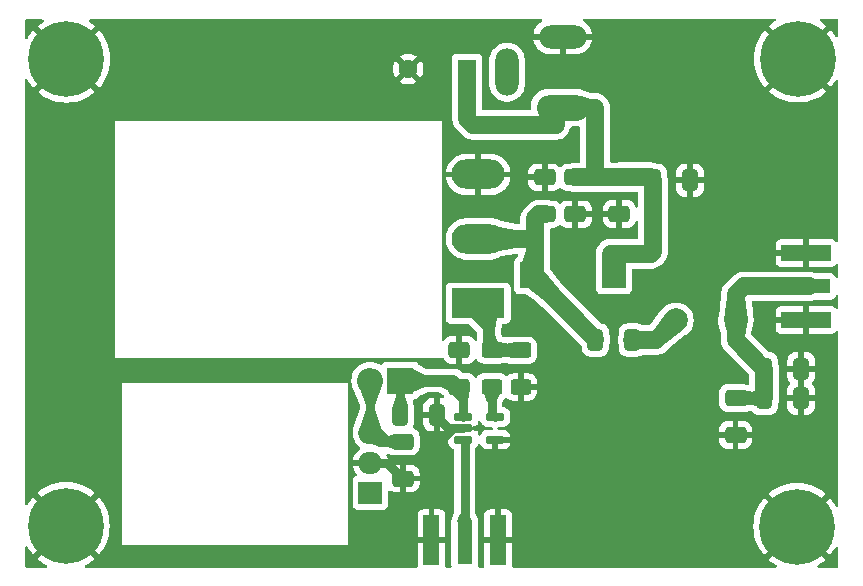
<source format=gbr>
%TF.GenerationSoftware,KiCad,Pcbnew,8.99.0-unknown-e538b98286~178~ubuntu22.04.1*%
%TF.CreationDate,2024-04-14T11:06:52+05:30*%
%TF.ProjectId,HF-PA-v10,48462d50-412d-4763-9130-2e6b69636164,rev?*%
%TF.SameCoordinates,Original*%
%TF.FileFunction,Copper,L1,Top*%
%TF.FilePolarity,Positive*%
%FSLAX46Y46*%
G04 Gerber Fmt 4.6, Leading zero omitted, Abs format (unit mm)*
G04 Created by KiCad (PCBNEW 8.99.0-unknown-e538b98286~178~ubuntu22.04.1) date 2024-04-14 11:06:52*
%MOMM*%
%LPD*%
G01*
G04 APERTURE LIST*
G04 Aperture macros list*
%AMRoundRect*
0 Rectangle with rounded corners*
0 $1 Rounding radius*
0 $2 $3 $4 $5 $6 $7 $8 $9 X,Y pos of 4 corners*
0 Add a 4 corners polygon primitive as box body*
4,1,4,$2,$3,$4,$5,$6,$7,$8,$9,$2,$3,0*
0 Add four circle primitives for the rounded corners*
1,1,$1+$1,$2,$3*
1,1,$1+$1,$4,$5*
1,1,$1+$1,$6,$7*
1,1,$1+$1,$8,$9*
0 Add four rect primitives between the rounded corners*
20,1,$1+$1,$2,$3,$4,$5,0*
20,1,$1+$1,$4,$5,$6,$7,0*
20,1,$1+$1,$6,$7,$8,$9,0*
20,1,$1+$1,$8,$9,$2,$3,0*%
G04 Aperture macros list end*
%TA.AperFunction,SMDPad,CuDef*%
%ADD10RoundRect,0.250000X-0.412500X-0.650000X0.412500X-0.650000X0.412500X0.650000X-0.412500X0.650000X0*%
%TD*%
%TA.AperFunction,SMDPad,CuDef*%
%ADD11RoundRect,0.250000X0.412500X0.650000X-0.412500X0.650000X-0.412500X-0.650000X0.412500X-0.650000X0*%
%TD*%
%TA.AperFunction,ComponentPad*%
%ADD12C,2.000000*%
%TD*%
%TA.AperFunction,ComponentPad*%
%ADD13C,0.800000*%
%TD*%
%TA.AperFunction,ComponentPad*%
%ADD14C,6.400000*%
%TD*%
%TA.AperFunction,SMDPad,CuDef*%
%ADD15RoundRect,0.250000X-0.650000X0.412500X-0.650000X-0.412500X0.650000X-0.412500X0.650000X0.412500X0*%
%TD*%
%TA.AperFunction,SMDPad,CuDef*%
%ADD16R,3.600000X1.270000*%
%TD*%
%TA.AperFunction,SMDPad,CuDef*%
%ADD17R,4.200000X1.350000*%
%TD*%
%TA.AperFunction,ComponentPad*%
%ADD18O,4.400000X2.200000*%
%TD*%
%TA.AperFunction,ComponentPad*%
%ADD19O,4.000000X2.000000*%
%TD*%
%TA.AperFunction,ComponentPad*%
%ADD20O,2.000000X4.000000*%
%TD*%
%TA.AperFunction,ComponentPad*%
%ADD21R,1.600000X1.600000*%
%TD*%
%TA.AperFunction,ComponentPad*%
%ADD22C,1.600000*%
%TD*%
%TA.AperFunction,SMDPad,CuDef*%
%ADD23RoundRect,0.250000X0.650000X-0.412500X0.650000X0.412500X-0.650000X0.412500X-0.650000X-0.412500X0*%
%TD*%
%TA.AperFunction,ComponentPad*%
%ADD24R,2.000000X1.905000*%
%TD*%
%TA.AperFunction,ComponentPad*%
%ADD25O,2.000000X1.905000*%
%TD*%
%TA.AperFunction,SMDPad,CuDef*%
%ADD26R,1.270000X3.600000*%
%TD*%
%TA.AperFunction,SMDPad,CuDef*%
%ADD27R,1.350000X4.200000*%
%TD*%
%TA.AperFunction,ComponentPad*%
%ADD28R,4.500000X2.500000*%
%TD*%
%TA.AperFunction,ComponentPad*%
%ADD29O,4.500000X2.500000*%
%TD*%
%TA.AperFunction,ComponentPad*%
%ADD30R,2.200000X2.200000*%
%TD*%
%TA.AperFunction,ComponentPad*%
%ADD31O,2.200000X2.200000*%
%TD*%
%TA.AperFunction,SMDPad,CuDef*%
%ADD32RoundRect,0.162500X-0.617500X-0.162500X0.617500X-0.162500X0.617500X0.162500X-0.617500X0.162500X0*%
%TD*%
%TA.AperFunction,SMDPad,CuDef*%
%ADD33RoundRect,0.250000X-0.625000X0.400000X-0.625000X-0.400000X0.625000X-0.400000X0.625000X0.400000X0*%
%TD*%
%TA.AperFunction,SMDPad,CuDef*%
%ADD34R,2.050000X2.200000*%
%TD*%
%TA.AperFunction,ViaPad*%
%ADD35C,0.800000*%
%TD*%
%TA.AperFunction,Conductor*%
%ADD36C,1.000000*%
%TD*%
%TA.AperFunction,Conductor*%
%ADD37C,0.750000*%
%TD*%
%TA.AperFunction,Conductor*%
%ADD38C,1.500000*%
%TD*%
G04 APERTURE END LIST*
D10*
%TO.P,C9,2*%
%TO.N,GND*%
X173222500Y-96330000D03*
%TO.P,C9,1*%
%TO.N,11.5V*%
X170097500Y-96330000D03*
%TD*%
D11*
%TO.P,C7,1*%
%TO.N,Net-(C7-Pad1)*%
X189752500Y-89990000D03*
%TO.P,C7,2*%
%TO.N,/DRAIN*%
X186627500Y-89990000D03*
%TD*%
D12*
%TO.P,L4,1*%
%TO.N,Net-(C7-Pad1)*%
X193440000Y-88320000D03*
%TO.P,L4,2*%
%TO.N,Net-(RF_OUT1-In)*%
X198520000Y-88320000D03*
%TD*%
D13*
%TO.P,H3,1,1*%
%TO.N,GND*%
X139400000Y-105720000D03*
X140102944Y-104022944D03*
X140102944Y-107417056D03*
X141800000Y-103320000D03*
D14*
X141800000Y-105720000D03*
D13*
X141800000Y-108120000D03*
X143497056Y-104022944D03*
X143497056Y-107417056D03*
X144200000Y-105720000D03*
%TD*%
D15*
%TO.P,C17,1*%
%TO.N,+VDC*%
X184930000Y-76230000D03*
%TO.P,C17,2*%
%TO.N,GND*%
X184930000Y-79355000D03*
%TD*%
D16*
%TO.P,RF_OUT1,1,In*%
%TO.N,Net-(RF_OUT1-In)*%
X204677500Y-85460000D03*
D17*
%TO.P,RF_OUT1,2,Ext*%
%TO.N,GND*%
X204477500Y-88285000D03*
X204477500Y-82635000D03*
%TD*%
D15*
%TO.P,C14,1*%
%TO.N,+VDC*%
X188650000Y-76207500D03*
%TO.P,C14,2*%
%TO.N,GND*%
X188650000Y-79332500D03*
%TD*%
D18*
%TO.P,Power1,1*%
%TO.N,+VDC*%
X183850000Y-70312500D03*
D19*
%TO.P,Power1,2*%
%TO.N,GND*%
X183850000Y-64312500D03*
D20*
%TO.P,Power1,3*%
%TO.N,unconnected-(Power1-Pad3)*%
X179150000Y-67312500D03*
%TD*%
D21*
%TO.P,C15,1*%
%TO.N,+VDC*%
X175762651Y-67050000D03*
D22*
%TO.P,C15,2*%
%TO.N,GND*%
X170762651Y-67050000D03*
%TD*%
D23*
%TO.P,C4,1*%
%TO.N,11.5V*%
X175110000Y-93962500D03*
%TO.P,C4,2*%
%TO.N,GND*%
X175110000Y-90837500D03*
%TD*%
D13*
%TO.P,H4,1,1*%
%TO.N,GND*%
X201300000Y-105790000D03*
X202002944Y-104092944D03*
X202002944Y-107487056D03*
X203700000Y-103390000D03*
D14*
X203700000Y-105790000D03*
D13*
X203700000Y-108190000D03*
X205397056Y-104092944D03*
X205397056Y-107487056D03*
X206100000Y-105790000D03*
%TD*%
D24*
%TO.P,U3,1,VI*%
%TO.N,+VDC*%
X167580000Y-102930000D03*
D25*
%TO.P,U3,2,GND*%
%TO.N,GND*%
X167580000Y-100390000D03*
%TO.P,U3,3,VO*%
%TO.N,Net-(D1-A)*%
X167580000Y-97850000D03*
%TD*%
D10*
%TO.P,C1,1*%
%TO.N,Net-(RF_OUT1-In)*%
X200917500Y-92420000D03*
%TO.P,C1,2*%
%TO.N,GND*%
X204042500Y-92420000D03*
%TD*%
D26*
%TO.P,RF_IN1,1,In*%
%TO.N,Net-(RF_IN1-In)*%
X175570000Y-107140000D03*
D27*
%TO.P,RF_IN1,2,Ext*%
%TO.N,GND*%
X172745000Y-106940000D03*
X178395000Y-106940000D03*
%TD*%
D28*
%TO.P,Q1,1,G*%
%TO.N,Net-(Q1-G)*%
X176700000Y-86880000D03*
D29*
%TO.P,Q1,2,D*%
%TO.N,/DRAIN*%
X176700000Y-81430000D03*
%TO.P,Q1,3,S*%
%TO.N,GND*%
X176700000Y-75980000D03*
%TD*%
D23*
%TO.P,C3,1*%
%TO.N,/DRAIN*%
X182350000Y-79352500D03*
%TO.P,C3,2*%
%TO.N,GND*%
X182350000Y-76227500D03*
%TD*%
D30*
%TO.P,D1,1,K*%
%TO.N,11.5V*%
X170110000Y-93430000D03*
D31*
%TO.P,D1,2,A*%
%TO.N,Net-(D1-A)*%
X167570000Y-93430000D03*
%TD*%
D32*
%TO.P,U2,1,VDD*%
%TO.N,11.5V*%
X175440000Y-96522500D03*
%TO.P,U2,2,GND*%
%TO.N,GND*%
X175440000Y-97472500D03*
%TO.P,U2,3,IN+*%
%TO.N,Net-(RF_IN1-In)*%
X175440000Y-98422500D03*
%TO.P,U2,4,IN-*%
%TO.N,GND*%
X178140000Y-98422500D03*
%TO.P,U2,5,OUT*%
%TO.N,Net-(U2-OUT)*%
X178140000Y-96522500D03*
%TD*%
D10*
%TO.P,C6,1*%
%TO.N,+VDC*%
X191507500Y-76460000D03*
%TO.P,C6,2*%
%TO.N,GND*%
X194632500Y-76460000D03*
%TD*%
D13*
%TO.P,H1,1,1*%
%TO.N,GND*%
X139430000Y-66200000D03*
X140132944Y-64502944D03*
X140132944Y-67897056D03*
X141830000Y-63800000D03*
D14*
X141830000Y-66200000D03*
D13*
X141830000Y-68600000D03*
X143527056Y-64502944D03*
X143527056Y-67897056D03*
X144230000Y-66200000D03*
%TD*%
D10*
%TO.P,C2,1*%
%TO.N,Net-(RF_OUT1-In)*%
X200910000Y-94930000D03*
%TO.P,C2,2*%
%TO.N,GND*%
X204035000Y-94930000D03*
%TD*%
D15*
%TO.P,C8,1*%
%TO.N,Net-(D1-A)*%
X170340000Y-98597500D03*
%TO.P,C8,2*%
%TO.N,GND*%
X170340000Y-101722500D03*
%TD*%
%TO.P,C10,1*%
%TO.N,Net-(RF_OUT1-In)*%
X198490000Y-94907500D03*
%TO.P,C10,2*%
%TO.N,GND*%
X198490000Y-98032500D03*
%TD*%
D13*
%TO.P,H2,1,1*%
%TO.N,GND*%
X201352944Y-66177944D03*
X202055888Y-64480888D03*
X202055888Y-67875000D03*
X203752944Y-63777944D03*
D14*
X203752944Y-66177944D03*
D13*
X203752944Y-68577944D03*
X205450000Y-64480888D03*
X205450000Y-67875000D03*
X206152944Y-66177944D03*
%TD*%
D33*
%TO.P,R2,1*%
%TO.N,Net-(Q1-G)*%
X177860000Y-90840000D03*
%TO.P,R2,2*%
%TO.N,Net-(U2-OUT)*%
X177860000Y-93940000D03*
%TD*%
%TO.P,R3,1*%
%TO.N,Net-(Q1-G)*%
X180300000Y-90870000D03*
%TO.P,R3,2*%
%TO.N,GND*%
X180300000Y-93970000D03*
%TD*%
D34*
%TO.P,L3,1*%
%TO.N,+VDC*%
X188205000Y-84520000D03*
%TO.P,L3,2*%
%TO.N,/DRAIN*%
X181255000Y-84520000D03*
%TD*%
D35*
%TO.N,GND*%
X169040000Y-108100000D03*
X167160000Y-108140000D03*
X169040000Y-106770000D03*
X167160000Y-106730000D03*
X141680000Y-93660000D03*
X141680000Y-101280000D03*
X141680000Y-98740000D03*
X141680000Y-96200000D03*
X141680000Y-84480000D03*
X141680000Y-87020000D03*
X141680000Y-76860000D03*
X141680000Y-74320000D03*
X141680000Y-79400000D03*
X141680000Y-89560000D03*
X141680000Y-71780000D03*
X141680000Y-81940000D03*
X172700000Y-99440000D03*
X160070000Y-64960000D03*
X193492114Y-97291750D03*
X203652114Y-76971750D03*
X201112114Y-79511750D03*
X162610000Y-64960000D03*
X190952114Y-102371750D03*
X172700000Y-100880000D03*
X152450000Y-64960000D03*
X203652114Y-74431750D03*
X194495000Y-64795000D03*
X201112114Y-74431750D03*
X194495000Y-67335000D03*
X178252114Y-99831750D03*
X157530000Y-64960000D03*
X152450000Y-67500000D03*
X197035000Y-67335000D03*
X201112114Y-76971750D03*
X154990000Y-67500000D03*
X198572114Y-71891750D03*
X144190000Y-96260000D03*
X144160000Y-81940000D03*
X180792114Y-97291750D03*
X144160000Y-71780000D03*
X165150000Y-67500000D03*
X144160000Y-89560000D03*
X199575000Y-64795000D03*
X165150000Y-64960000D03*
X201112114Y-71891750D03*
X190952114Y-97291750D03*
X193492114Y-102371750D03*
X144190000Y-98800000D03*
X196032114Y-102371750D03*
X189415000Y-67335000D03*
X198572114Y-99831750D03*
X162610000Y-67500000D03*
X185872114Y-97291750D03*
X154990000Y-64960000D03*
X199575000Y-69875000D03*
X190952114Y-94751750D03*
X194495000Y-69875000D03*
X160070000Y-67500000D03*
X144190000Y-101340000D03*
X144160000Y-79400000D03*
X197035000Y-69875000D03*
X144160000Y-74320000D03*
X203652114Y-79511750D03*
X191955000Y-67335000D03*
X180792114Y-99831750D03*
X183332114Y-66811750D03*
X157530000Y-67500000D03*
X193492114Y-94751750D03*
X144160000Y-76860000D03*
X144190000Y-93720000D03*
X203652114Y-71891750D03*
X197035000Y-64795000D03*
X144160000Y-87020000D03*
X191955000Y-64795000D03*
X199575000Y-67335000D03*
X144160000Y-84480000D03*
X183332114Y-97291750D03*
X198572114Y-102371750D03*
%TO.N,+VDC*%
X188310000Y-85200000D03*
X188280000Y-84390000D03*
%TD*%
D36*
%TO.N,11.5V*%
X170110000Y-93430000D02*
X174577500Y-93430000D01*
X174577500Y-93430000D02*
X175110000Y-93962500D01*
D37*
%TO.N,GND*%
X170340000Y-101722500D02*
X169007500Y-100390000D01*
X174182500Y-97472500D02*
X173070000Y-96360000D01*
X172700000Y-99440000D02*
X172700000Y-100880000D01*
X169007500Y-100390000D02*
X167580000Y-100390000D01*
X174562514Y-97472500D02*
X172700000Y-99335014D01*
X172700000Y-99335014D02*
X172700000Y-99440000D01*
X175440000Y-97472500D02*
X174182500Y-97472500D01*
X175440000Y-97472500D02*
X174562514Y-97472500D01*
D38*
%TO.N,+VDC*%
X191255000Y-76207500D02*
X191507500Y-76460000D01*
X186600000Y-70352500D02*
X186600000Y-76230000D01*
X175762651Y-67050000D02*
X175762651Y-71262651D01*
X188650000Y-76207500D02*
X191255000Y-76207500D01*
X191507500Y-82520000D02*
X191337500Y-82690000D01*
X186600000Y-76230000D02*
X187470000Y-76230000D01*
X183270000Y-70892500D02*
X183850000Y-70312500D01*
X191507500Y-76460000D02*
X191507500Y-82520000D01*
X183270000Y-71790000D02*
X176290000Y-71790000D01*
X187470000Y-76230000D02*
X187500000Y-76200000D01*
X187470000Y-76230000D02*
X188627500Y-76230000D01*
X187930000Y-82690000D02*
X187930000Y-84520000D01*
X186560000Y-70312500D02*
X186600000Y-70352500D01*
X175762651Y-71262651D02*
X176290000Y-71790000D01*
X183850000Y-70312500D02*
X186560000Y-70312500D01*
X183270000Y-71790000D02*
X183270000Y-70892500D01*
X184930000Y-76230000D02*
X186600000Y-76230000D01*
X191337500Y-82690000D02*
X187930000Y-82690000D01*
D36*
%TO.N,Net-(Q1-G)*%
X177630000Y-90490000D02*
X177930000Y-90790000D01*
X177860000Y-90840000D02*
X180270000Y-90840000D01*
X177630000Y-86870000D02*
X177630000Y-90490000D01*
D38*
%TO.N,Net-(C7-Pad1)*%
X191770000Y-89990000D02*
X193440000Y-88320000D01*
X189752500Y-89990000D02*
X191770000Y-89990000D01*
%TO.N,/DRAIN*%
X176700000Y-81430000D02*
X181440000Y-81430000D01*
X182350000Y-79352500D02*
X181877500Y-79352500D01*
X181530000Y-81520000D02*
X181530000Y-84520000D01*
X181440000Y-81430000D02*
X181530000Y-81520000D01*
X186627500Y-89892500D02*
X181255000Y-84520000D01*
X181877500Y-79352500D02*
X181530000Y-79700000D01*
X181530000Y-79700000D02*
X181530000Y-84520000D01*
X186627500Y-89990000D02*
X186627500Y-89892500D01*
%TO.N,Net-(RF_OUT1-In)*%
X204677500Y-85460000D02*
X199170000Y-85460000D01*
D36*
X200910000Y-94930000D02*
X198512500Y-94930000D01*
D38*
X198520000Y-86110000D02*
X198520000Y-88320000D01*
X198520000Y-90022500D02*
X200917500Y-92420000D01*
X200917500Y-94922500D02*
X200910000Y-94930000D01*
X199170000Y-85460000D02*
X198520000Y-86110000D01*
X198520000Y-88320000D02*
X198520000Y-90022500D01*
X200917500Y-92420000D02*
X200917500Y-94922500D01*
D37*
%TO.N,Net-(D1-A)*%
X168327500Y-98597500D02*
X167580000Y-97850000D01*
X170340000Y-98597500D02*
X168327500Y-98597500D01*
X167580000Y-97850000D02*
X167580000Y-93600000D01*
%TO.N,11.5V*%
X175440000Y-94610000D02*
X175440000Y-96522500D01*
X170097500Y-96330000D02*
X170097500Y-93442500D01*
%TO.N,Net-(U2-OUT)*%
X177860000Y-96242500D02*
X178140000Y-96522500D01*
X177860000Y-93940000D02*
X177860000Y-96242500D01*
%TO.N,Net-(RF_IN1-In)*%
X175570000Y-98552500D02*
X175440000Y-98422500D01*
X175570000Y-107140000D02*
X175570000Y-98552500D01*
%TD*%
%TA.AperFunction,Conductor*%
%TO.N,GND*%
G36*
X139891004Y-107275442D02*
G01*
X139852944Y-107367328D01*
X139852944Y-107466784D01*
X139891004Y-107558670D01*
X139961330Y-107628996D01*
X140053216Y-107667056D01*
X140152672Y-107667056D01*
X140244554Y-107628997D01*
X139364648Y-108508903D01*
X139364649Y-108508904D01*
X139622206Y-108717468D01*
X139947456Y-108928689D01*
X140146319Y-109030015D01*
X140197115Y-109077989D01*
X140213910Y-109145810D01*
X140191373Y-109211945D01*
X140136658Y-109255397D01*
X140090024Y-109264500D01*
X138457869Y-109264500D01*
X138390830Y-109244815D01*
X138345075Y-109192011D01*
X138333870Y-109140927D01*
X138330501Y-108161633D01*
X138330500Y-108161206D01*
X138330500Y-107577172D01*
X138350185Y-107510133D01*
X138402989Y-107464378D01*
X138472147Y-107454434D01*
X138535703Y-107483459D01*
X138564985Y-107520877D01*
X138591310Y-107572543D01*
X138802531Y-107897793D01*
X139011095Y-108155350D01*
X139011096Y-108155350D01*
X139891004Y-107275442D01*
G37*
%TD.AperFunction*%
%TA.AperFunction,Conductor*%
G36*
X201842875Y-62797848D02*
G01*
X201888681Y-62850607D01*
X201898692Y-62919756D01*
X201869729Y-62983340D01*
X201843473Y-63006223D01*
X201575146Y-63180478D01*
X201317592Y-63389039D01*
X201317592Y-63389040D01*
X202197499Y-64268946D01*
X202105616Y-64230888D01*
X202006160Y-64230888D01*
X201914274Y-64268948D01*
X201843948Y-64339274D01*
X201805888Y-64431160D01*
X201805888Y-64530616D01*
X201843946Y-64622498D01*
X200964040Y-63742592D01*
X200964039Y-63742592D01*
X200755475Y-64000150D01*
X200544254Y-64325400D01*
X200368188Y-64670949D01*
X200229206Y-65033007D01*
X200128831Y-65407613D01*
X200128830Y-65407620D01*
X200068163Y-65790656D01*
X200047866Y-66177943D01*
X200047866Y-66177944D01*
X200068163Y-66565231D01*
X200128830Y-66948267D01*
X200128831Y-66948274D01*
X200229206Y-67322880D01*
X200368188Y-67684938D01*
X200544254Y-68030487D01*
X200755475Y-68355737D01*
X200964039Y-68613294D01*
X200964040Y-68613294D01*
X201843948Y-67733386D01*
X201805888Y-67825272D01*
X201805888Y-67924728D01*
X201843948Y-68016614D01*
X201914274Y-68086940D01*
X202006160Y-68125000D01*
X202105616Y-68125000D01*
X202197498Y-68086941D01*
X201317592Y-68966847D01*
X201317593Y-68966848D01*
X201575150Y-69175412D01*
X201900400Y-69386633D01*
X202245949Y-69562699D01*
X202608007Y-69701681D01*
X202982613Y-69802056D01*
X202982620Y-69802057D01*
X203365656Y-69862724D01*
X203752943Y-69883022D01*
X203752945Y-69883022D01*
X204140231Y-69862724D01*
X204523267Y-69802057D01*
X204523274Y-69802056D01*
X204897880Y-69701681D01*
X205259938Y-69562699D01*
X205605487Y-69386633D01*
X205930727Y-69175420D01*
X205930729Y-69175419D01*
X206188293Y-68966846D01*
X205308387Y-68086940D01*
X205400272Y-68125000D01*
X205499728Y-68125000D01*
X205591614Y-68086940D01*
X205661940Y-68016614D01*
X205700000Y-67924728D01*
X205700000Y-67825272D01*
X205661940Y-67733387D01*
X206541846Y-68613293D01*
X206750419Y-68355729D01*
X206750419Y-68355727D01*
X206950381Y-68047814D01*
X207003402Y-68002311D01*
X207072607Y-67992697D01*
X207136024Y-68022024D01*
X207173518Y-68080981D01*
X207178375Y-68114922D01*
X207199499Y-74255557D01*
X207199500Y-74255984D01*
X207199500Y-81583996D01*
X207179815Y-81651035D01*
X207127011Y-81696790D01*
X207057853Y-81706734D01*
X206994297Y-81677709D01*
X206976234Y-81658307D01*
X206934690Y-81602812D01*
X206934687Y-81602809D01*
X206819593Y-81516649D01*
X206819586Y-81516645D01*
X206684879Y-81466403D01*
X206684872Y-81466401D01*
X206625344Y-81460000D01*
X204727500Y-81460000D01*
X204727500Y-83810000D01*
X206625328Y-83810000D01*
X206625344Y-83809999D01*
X206684872Y-83803598D01*
X206684879Y-83803596D01*
X206819586Y-83753354D01*
X206819593Y-83753350D01*
X206934686Y-83667191D01*
X206976233Y-83611692D01*
X207032167Y-83569821D01*
X207101858Y-83564837D01*
X207163181Y-83598322D01*
X207196666Y-83659645D01*
X207199500Y-83686003D01*
X207199500Y-84641277D01*
X207179815Y-84708316D01*
X207127011Y-84754071D01*
X207057853Y-84764015D01*
X206994297Y-84734990D01*
X206959318Y-84684610D01*
X206921297Y-84582671D01*
X206921293Y-84582664D01*
X206835047Y-84467455D01*
X206835044Y-84467452D01*
X206719835Y-84381206D01*
X206719828Y-84381202D01*
X206584982Y-84330908D01*
X206584983Y-84330908D01*
X206525383Y-84324501D01*
X206525381Y-84324500D01*
X206525373Y-84324500D01*
X206525365Y-84324500D01*
X205233189Y-84324500D01*
X205176894Y-84310985D01*
X205157528Y-84301117D01*
X204970326Y-84240290D01*
X204775922Y-84209500D01*
X204775917Y-84209500D01*
X199071583Y-84209500D01*
X199071578Y-84209500D01*
X198877173Y-84240290D01*
X198689969Y-84301117D01*
X198514594Y-84390476D01*
X198423741Y-84456485D01*
X198355354Y-84506172D01*
X198355352Y-84506174D01*
X198355351Y-84506174D01*
X197566174Y-85295351D01*
X197566174Y-85295352D01*
X197566172Y-85295354D01*
X197516485Y-85363741D01*
X197450476Y-85454594D01*
X197361115Y-85629973D01*
X197361114Y-85629976D01*
X197327896Y-85732215D01*
X197300290Y-85817176D01*
X197300290Y-85817177D01*
X197269500Y-86011577D01*
X197269500Y-86243387D01*
X197267559Y-86263139D01*
X197267672Y-86263154D01*
X197267142Y-86267386D01*
X197267131Y-86267508D01*
X197267122Y-86267552D01*
X197048979Y-88012686D01*
X197046143Y-88027743D01*
X197034893Y-88072172D01*
X197034890Y-88072185D01*
X197022025Y-88227449D01*
X197021492Y-88232583D01*
X197020048Y-88244138D01*
X197017127Y-88275320D01*
X197017038Y-88276746D01*
X197017085Y-88278901D01*
X197016691Y-88291825D01*
X197014358Y-88319994D01*
X197014357Y-88320001D01*
X197014357Y-88320005D01*
X197034890Y-88567812D01*
X197034892Y-88567824D01*
X197095937Y-88808883D01*
X197106874Y-88833817D01*
X197112377Y-88850781D01*
X197112731Y-88850678D01*
X197264494Y-89368479D01*
X197269500Y-89403355D01*
X197269500Y-90120922D01*
X197300290Y-90315326D01*
X197361117Y-90502530D01*
X197441322Y-90659939D01*
X197450476Y-90677905D01*
X197566172Y-90837146D01*
X197566174Y-90837148D01*
X199630681Y-92901655D01*
X199664166Y-92962978D01*
X199667000Y-92989336D01*
X199667000Y-93684111D01*
X199647315Y-93751150D01*
X199594511Y-93796905D01*
X199525353Y-93806849D01*
X199518310Y-93805628D01*
X199341944Y-93769793D01*
X199341936Y-93769792D01*
X199341929Y-93769790D01*
X199340013Y-93769401D01*
X199340030Y-93769316D01*
X199323761Y-93765260D01*
X199315377Y-93762482D01*
X199292796Y-93755000D01*
X199190010Y-93744500D01*
X197789998Y-93744500D01*
X197789981Y-93744501D01*
X197687203Y-93755000D01*
X197687200Y-93755001D01*
X197520668Y-93810185D01*
X197520663Y-93810187D01*
X197371342Y-93902289D01*
X197247289Y-94026342D01*
X197155187Y-94175663D01*
X197155186Y-94175666D01*
X197100001Y-94342203D01*
X197100001Y-94342204D01*
X197100000Y-94342204D01*
X197089500Y-94444983D01*
X197089500Y-95370001D01*
X197089501Y-95370019D01*
X197100000Y-95472796D01*
X197100001Y-95472799D01*
X197134493Y-95576888D01*
X197155186Y-95639334D01*
X197247288Y-95788656D01*
X197371344Y-95912712D01*
X197520666Y-96004814D01*
X197687203Y-96059999D01*
X197789991Y-96070500D01*
X199190008Y-96070499D01*
X199199919Y-96069486D01*
X199211332Y-96068851D01*
X199222578Y-96068745D01*
X199250194Y-96064506D01*
X199256328Y-96063723D01*
X199292797Y-96059999D01*
X199293975Y-96059608D01*
X199294282Y-96059507D01*
X199314492Y-96054642D01*
X199718462Y-95992663D01*
X199766698Y-95994774D01*
X199844431Y-96013770D01*
X199902676Y-96046544D01*
X199904788Y-96048656D01*
X200028844Y-96172712D01*
X200178166Y-96264814D01*
X200344703Y-96319999D01*
X200447491Y-96330500D01*
X201372508Y-96330499D01*
X201372516Y-96330498D01*
X201372519Y-96330498D01*
X201428802Y-96324748D01*
X201475297Y-96319999D01*
X201641834Y-96264814D01*
X201791156Y-96172712D01*
X201915212Y-96048656D01*
X202007314Y-95899334D01*
X202062499Y-95732797D01*
X202073000Y-95630009D01*
X202073000Y-95629986D01*
X202872501Y-95629986D01*
X202882994Y-95732697D01*
X202938141Y-95899119D01*
X202938143Y-95899124D01*
X203030184Y-96048345D01*
X203154154Y-96172315D01*
X203303375Y-96264356D01*
X203303380Y-96264358D01*
X203469802Y-96319505D01*
X203469809Y-96319506D01*
X203572519Y-96329999D01*
X203784999Y-96329999D01*
X204285000Y-96329999D01*
X204497472Y-96329999D01*
X204497486Y-96329998D01*
X204600197Y-96319505D01*
X204766619Y-96264358D01*
X204766624Y-96264356D01*
X204915845Y-96172315D01*
X205039815Y-96048345D01*
X205131856Y-95899124D01*
X205131858Y-95899119D01*
X205187005Y-95732697D01*
X205187006Y-95732690D01*
X205197499Y-95629986D01*
X205197500Y-95629973D01*
X205197500Y-95180000D01*
X204285000Y-95180000D01*
X204285000Y-96329999D01*
X203784999Y-96329999D01*
X203785000Y-96329998D01*
X203785000Y-95180000D01*
X202872501Y-95180000D01*
X202872501Y-95629986D01*
X202073000Y-95629986D01*
X202072999Y-95432583D01*
X202079068Y-95394264D01*
X202084126Y-95378700D01*
X202137209Y-95215326D01*
X202152307Y-95119999D01*
X202168000Y-95020921D01*
X202168000Y-94230013D01*
X202872500Y-94230013D01*
X202872500Y-94680000D01*
X203785000Y-94680000D01*
X203785000Y-93829679D01*
X204285000Y-93829679D01*
X204285000Y-94680000D01*
X205197499Y-94680000D01*
X205197499Y-94230028D01*
X205197498Y-94230013D01*
X205187005Y-94127302D01*
X205131858Y-93960880D01*
X205131856Y-93960875D01*
X205039815Y-93811654D01*
X204994592Y-93766431D01*
X204961107Y-93705108D01*
X204966091Y-93635416D01*
X204994592Y-93591069D01*
X205047315Y-93538345D01*
X205139356Y-93389124D01*
X205139358Y-93389119D01*
X205194505Y-93222697D01*
X205194506Y-93222690D01*
X205204999Y-93119986D01*
X205205000Y-93119973D01*
X205205000Y-92670000D01*
X204292500Y-92670000D01*
X204292500Y-93804138D01*
X204285000Y-93829679D01*
X203785000Y-93829679D01*
X203785000Y-93545862D01*
X203792500Y-93520320D01*
X203792500Y-92670000D01*
X202880001Y-92670000D01*
X202880001Y-93119986D01*
X202890494Y-93222697D01*
X202945641Y-93389119D01*
X202945643Y-93389124D01*
X203037684Y-93538345D01*
X203082908Y-93583570D01*
X203116392Y-93644893D01*
X203111407Y-93714585D01*
X203082908Y-93758930D01*
X203030184Y-93811654D01*
X202938143Y-93960875D01*
X202938141Y-93960880D01*
X202882994Y-94127302D01*
X202882993Y-94127309D01*
X202872500Y-94230013D01*
X202168000Y-94230013D01*
X202168000Y-92321577D01*
X202137209Y-92127173D01*
X202102548Y-92020500D01*
X202102548Y-92020499D01*
X202086568Y-91971317D01*
X202080499Y-91932999D01*
X202080499Y-91720013D01*
X202880000Y-91720013D01*
X202880000Y-92170000D01*
X203792500Y-92170000D01*
X204292500Y-92170000D01*
X205204999Y-92170000D01*
X205204999Y-91720028D01*
X205204998Y-91720013D01*
X205194505Y-91617302D01*
X205139358Y-91450880D01*
X205139356Y-91450875D01*
X205047315Y-91301654D01*
X204923345Y-91177684D01*
X204774124Y-91085643D01*
X204774119Y-91085641D01*
X204607697Y-91030494D01*
X204607690Y-91030493D01*
X204504986Y-91020000D01*
X204292500Y-91020000D01*
X204292500Y-92170000D01*
X203792500Y-92170000D01*
X203792500Y-91020000D01*
X203580029Y-91020000D01*
X203580012Y-91020001D01*
X203477302Y-91030494D01*
X203310880Y-91085641D01*
X203310875Y-91085643D01*
X203161654Y-91177684D01*
X203037684Y-91301654D01*
X202945643Y-91450875D01*
X202945641Y-91450880D01*
X202890494Y-91617302D01*
X202890493Y-91617309D01*
X202880000Y-91720013D01*
X202080499Y-91720013D01*
X202080499Y-91719998D01*
X202080498Y-91719981D01*
X202069999Y-91617203D01*
X202069998Y-91617200D01*
X202035592Y-91513370D01*
X202014814Y-91450666D01*
X201922712Y-91301344D01*
X201798656Y-91177288D01*
X201649334Y-91085186D01*
X201482797Y-91030001D01*
X201482795Y-91030000D01*
X201380016Y-91019500D01*
X201380009Y-91019500D01*
X201336836Y-91019500D01*
X201269797Y-90999815D01*
X201249155Y-90983181D01*
X199851820Y-89585846D01*
X199818335Y-89524523D01*
X199817626Y-89475310D01*
X199905302Y-89007844D01*
X201877500Y-89007844D01*
X201883901Y-89067372D01*
X201883903Y-89067379D01*
X201934145Y-89202086D01*
X201934149Y-89202093D01*
X202020309Y-89317187D01*
X202020312Y-89317190D01*
X202135406Y-89403350D01*
X202135413Y-89403354D01*
X202270120Y-89453596D01*
X202270127Y-89453598D01*
X202329655Y-89459999D01*
X202329672Y-89460000D01*
X204227500Y-89460000D01*
X204227500Y-88535000D01*
X201877500Y-88535000D01*
X201877500Y-89007844D01*
X199905302Y-89007844D01*
X199939219Y-88827006D01*
X199943817Y-88809596D01*
X199944055Y-88808897D01*
X199944063Y-88808881D01*
X200005108Y-88567821D01*
X200020155Y-88386212D01*
X200020571Y-88382059D01*
X200020695Y-88380990D01*
X200020705Y-88380922D01*
X200020906Y-88378773D01*
X200020905Y-88378745D01*
X200020945Y-88377857D01*
X200021251Y-88372999D01*
X200025643Y-88320000D01*
X200020362Y-88256284D01*
X200020008Y-88245217D01*
X200019952Y-88244176D01*
X200019953Y-88244163D01*
X200018505Y-88232583D01*
X200017976Y-88227488D01*
X200013866Y-88177883D01*
X200005108Y-88072179D01*
X199993852Y-88027730D01*
X199991018Y-88012686D01*
X199934702Y-87562155D01*
X201877500Y-87562155D01*
X201877500Y-88035000D01*
X204227500Y-88035000D01*
X204227500Y-87110000D01*
X202329655Y-87110000D01*
X202270127Y-87116401D01*
X202270120Y-87116403D01*
X202135413Y-87166645D01*
X202135406Y-87166649D01*
X202020312Y-87252809D01*
X202020309Y-87252812D01*
X201934149Y-87367906D01*
X201934145Y-87367913D01*
X201883903Y-87502620D01*
X201883901Y-87502627D01*
X201877500Y-87562155D01*
X199934702Y-87562155D01*
X199845668Y-86849878D01*
X199856885Y-86780917D01*
X199903606Y-86728966D01*
X199968710Y-86710500D01*
X204775922Y-86710500D01*
X204970326Y-86679709D01*
X205157525Y-86618884D01*
X205176897Y-86609013D01*
X205233189Y-86595499D01*
X206525371Y-86595499D01*
X206525372Y-86595499D01*
X206584983Y-86589091D01*
X206719831Y-86538796D01*
X206835046Y-86452546D01*
X206921296Y-86337331D01*
X206959318Y-86235389D01*
X207001189Y-86179455D01*
X207066653Y-86155038D01*
X207134926Y-86169889D01*
X207184332Y-86219294D01*
X207199500Y-86278722D01*
X207199500Y-87233996D01*
X207179815Y-87301035D01*
X207127011Y-87346790D01*
X207057853Y-87356734D01*
X206994297Y-87327709D01*
X206976234Y-87308307D01*
X206934690Y-87252812D01*
X206934687Y-87252809D01*
X206819593Y-87166649D01*
X206819586Y-87166645D01*
X206684879Y-87116403D01*
X206684872Y-87116401D01*
X206625344Y-87110000D01*
X204727500Y-87110000D01*
X204727500Y-89460000D01*
X206625328Y-89460000D01*
X206625344Y-89459999D01*
X206684872Y-89453598D01*
X206684879Y-89453596D01*
X206819586Y-89403354D01*
X206819593Y-89403350D01*
X206934686Y-89317191D01*
X206976233Y-89261692D01*
X207032167Y-89219821D01*
X207101858Y-89214837D01*
X207163181Y-89248322D01*
X207196666Y-89309645D01*
X207199500Y-89336003D01*
X207199500Y-103991706D01*
X207179815Y-104058745D01*
X207127011Y-104104500D01*
X207057853Y-104114444D01*
X206994297Y-104085419D01*
X206965015Y-104048001D01*
X206908689Y-103937456D01*
X206697468Y-103612206D01*
X206488904Y-103354649D01*
X206488903Y-103354648D01*
X205608997Y-104234553D01*
X205647056Y-104142672D01*
X205647056Y-104043216D01*
X205608996Y-103951330D01*
X205538670Y-103881004D01*
X205446784Y-103842944D01*
X205347328Y-103842944D01*
X205255443Y-103881003D01*
X206135350Y-103001096D01*
X206135350Y-103001095D01*
X205877793Y-102792531D01*
X205552543Y-102581310D01*
X205206994Y-102405244D01*
X204844936Y-102266262D01*
X204470330Y-102165887D01*
X204470323Y-102165886D01*
X204087287Y-102105219D01*
X203700001Y-102084922D01*
X203699999Y-102084922D01*
X203312712Y-102105219D01*
X202929676Y-102165886D01*
X202929669Y-102165887D01*
X202555063Y-102266262D01*
X202193005Y-102405244D01*
X201847456Y-102581310D01*
X201522206Y-102792531D01*
X201264648Y-103001095D01*
X201264648Y-103001096D01*
X202144555Y-103881002D01*
X202052672Y-103842944D01*
X201953216Y-103842944D01*
X201861330Y-103881004D01*
X201791004Y-103951330D01*
X201752944Y-104043216D01*
X201752944Y-104142672D01*
X201791002Y-104234554D01*
X200911096Y-103354648D01*
X200911095Y-103354648D01*
X200702531Y-103612206D01*
X200491310Y-103937456D01*
X200315244Y-104283005D01*
X200176262Y-104645063D01*
X200075887Y-105019669D01*
X200075886Y-105019676D01*
X200015219Y-105402712D01*
X199994922Y-105789999D01*
X199994922Y-105790000D01*
X200015219Y-106177287D01*
X200075886Y-106560323D01*
X200075887Y-106560330D01*
X200176262Y-106934936D01*
X200315244Y-107296994D01*
X200491310Y-107642543D01*
X200702531Y-107967793D01*
X200911095Y-108225350D01*
X200911096Y-108225350D01*
X201791004Y-107345442D01*
X201752944Y-107437328D01*
X201752944Y-107536784D01*
X201791004Y-107628670D01*
X201861330Y-107698996D01*
X201953216Y-107737056D01*
X202052672Y-107737056D01*
X202144554Y-107698997D01*
X201264648Y-108578903D01*
X201264649Y-108578904D01*
X201522206Y-108787468D01*
X201847456Y-108998689D01*
X201908936Y-109030015D01*
X201959732Y-109077989D01*
X201976527Y-109145810D01*
X201953990Y-109211945D01*
X201899275Y-109255397D01*
X201852641Y-109264500D01*
X179689052Y-109264500D01*
X179622013Y-109244815D01*
X179576258Y-109192011D01*
X179565763Y-109127244D01*
X179569999Y-109087844D01*
X179570000Y-109087827D01*
X179570000Y-107190000D01*
X177220000Y-107190000D01*
X177220000Y-109087844D01*
X177224237Y-109127244D01*
X177211832Y-109196004D01*
X177164222Y-109247141D01*
X177100948Y-109264500D01*
X176796742Y-109264500D01*
X176729703Y-109244815D01*
X176683948Y-109192011D01*
X176674004Y-109122853D01*
X176680560Y-109097166D01*
X176684037Y-109087844D01*
X176699091Y-109047483D01*
X176705500Y-108987873D01*
X176705499Y-105367384D01*
X176706362Y-105352779D01*
X176708863Y-105331692D01*
X176708857Y-105331463D01*
X176708657Y-105323370D01*
X176706132Y-105283890D01*
X176705569Y-105281649D01*
X176702554Y-105264734D01*
X176699091Y-105232520D01*
X176699091Y-105232517D01*
X176683631Y-105191066D01*
X176679540Y-105177908D01*
X176671117Y-105144336D01*
X176526917Y-104792155D01*
X177220000Y-104792155D01*
X177220000Y-106690000D01*
X178145000Y-106690000D01*
X178645000Y-106690000D01*
X179570000Y-106690000D01*
X179570000Y-104792172D01*
X179569999Y-104792155D01*
X179563598Y-104732627D01*
X179563596Y-104732620D01*
X179513354Y-104597913D01*
X179513350Y-104597906D01*
X179427190Y-104482812D01*
X179427187Y-104482809D01*
X179312093Y-104396649D01*
X179312086Y-104396645D01*
X179177379Y-104346403D01*
X179177372Y-104346401D01*
X179117844Y-104340000D01*
X178645000Y-104340000D01*
X178645000Y-106690000D01*
X178145000Y-106690000D01*
X178145000Y-104340000D01*
X177672155Y-104340000D01*
X177612627Y-104346401D01*
X177612620Y-104346403D01*
X177477913Y-104396645D01*
X177477906Y-104396649D01*
X177362812Y-104482809D01*
X177362809Y-104482812D01*
X177276649Y-104597906D01*
X177276645Y-104597913D01*
X177226403Y-104732620D01*
X177226401Y-104732627D01*
X177220000Y-104792155D01*
X176526917Y-104792155D01*
X176454746Y-104615891D01*
X176445500Y-104568908D01*
X176445500Y-99185987D01*
X176465185Y-99118948D01*
X176481819Y-99098306D01*
X176583232Y-98996892D01*
X176583233Y-98996891D01*
X176583236Y-98996888D01*
X176666531Y-98859102D01*
X176671876Y-98841947D01*
X176710613Y-98783799D01*
X176774637Y-98755824D01*
X176843623Y-98766905D01*
X176895667Y-98813522D01*
X176908648Y-98841947D01*
X176913929Y-98858895D01*
X176997163Y-98996580D01*
X177110919Y-99110336D01*
X177248603Y-99193570D01*
X177402207Y-99241434D01*
X177468957Y-99247500D01*
X177890000Y-99247500D01*
X178390000Y-99247500D01*
X178811043Y-99247500D01*
X178877792Y-99241434D01*
X179031396Y-99193570D01*
X179169080Y-99110336D01*
X179282836Y-98996580D01*
X179366072Y-98858892D01*
X179413932Y-98705302D01*
X179413935Y-98705292D01*
X179416914Y-98672500D01*
X178390000Y-98672500D01*
X178390000Y-99247500D01*
X177890000Y-99247500D01*
X177890000Y-98494986D01*
X197090001Y-98494986D01*
X197100494Y-98597697D01*
X197155641Y-98764119D01*
X197155643Y-98764124D01*
X197247684Y-98913345D01*
X197371654Y-99037315D01*
X197520875Y-99129356D01*
X197520880Y-99129358D01*
X197687302Y-99184505D01*
X197687309Y-99184506D01*
X197790019Y-99194999D01*
X198239999Y-99194999D01*
X198740000Y-99194999D01*
X199189972Y-99194999D01*
X199189986Y-99194998D01*
X199292697Y-99184505D01*
X199459119Y-99129358D01*
X199459124Y-99129356D01*
X199608345Y-99037315D01*
X199732315Y-98913345D01*
X199824356Y-98764124D01*
X199824358Y-98764119D01*
X199879505Y-98597697D01*
X199879506Y-98597690D01*
X199889999Y-98494986D01*
X199890000Y-98494973D01*
X199890000Y-98282500D01*
X198740000Y-98282500D01*
X198740000Y-99194999D01*
X198239999Y-99194999D01*
X198240000Y-99194998D01*
X198240000Y-98282500D01*
X197090001Y-98282500D01*
X197090001Y-98494986D01*
X177890000Y-98494986D01*
X177890000Y-98296500D01*
X177909685Y-98229461D01*
X177962489Y-98183706D01*
X178014000Y-98172500D01*
X179416915Y-98172500D01*
X179416914Y-98172499D01*
X179413935Y-98139707D01*
X179413932Y-98139697D01*
X179366072Y-97986107D01*
X179282836Y-97848419D01*
X179169080Y-97734663D01*
X179031396Y-97651429D01*
X178877792Y-97603565D01*
X178811043Y-97597500D01*
X178455902Y-97597500D01*
X178388863Y-97577815D01*
X178382103Y-97570013D01*
X197090000Y-97570013D01*
X197090000Y-97782500D01*
X198240000Y-97782500D01*
X198740000Y-97782500D01*
X199889999Y-97782500D01*
X199889999Y-97570028D01*
X199889998Y-97570013D01*
X199879505Y-97467302D01*
X199824358Y-97300880D01*
X199824356Y-97300875D01*
X199732315Y-97151654D01*
X199608345Y-97027684D01*
X199459124Y-96935643D01*
X199459119Y-96935641D01*
X199292697Y-96880494D01*
X199292690Y-96880493D01*
X199189986Y-96870000D01*
X198740000Y-96870000D01*
X198740000Y-97782500D01*
X198240000Y-97782500D01*
X198240000Y-96870000D01*
X197790028Y-96870000D01*
X197790012Y-96870001D01*
X197687302Y-96880494D01*
X197520880Y-96935641D01*
X197520875Y-96935643D01*
X197371654Y-97027684D01*
X197247684Y-97151654D01*
X197155643Y-97300875D01*
X197155641Y-97300880D01*
X197100494Y-97467302D01*
X197100493Y-97467309D01*
X197090000Y-97570013D01*
X178382103Y-97570013D01*
X178343108Y-97525011D01*
X178333164Y-97455853D01*
X178362189Y-97392297D01*
X178408452Y-97358938D01*
X178412076Y-97357437D01*
X178459526Y-97347999D01*
X178811097Y-97347999D01*
X178877882Y-97341931D01*
X178877885Y-97341930D01*
X178877887Y-97341930D01*
X179031602Y-97294031D01*
X179169388Y-97210736D01*
X179283236Y-97096888D01*
X179366531Y-96959102D01*
X179414430Y-96805387D01*
X179420500Y-96738591D01*
X179420499Y-96306410D01*
X179420499Y-96306409D01*
X179420499Y-96306401D01*
X179414431Y-96239617D01*
X179414428Y-96239606D01*
X179366532Y-96085901D01*
X179366531Y-96085900D01*
X179366531Y-96085898D01*
X179283236Y-95948112D01*
X179283234Y-95948110D01*
X179283233Y-95948108D01*
X179169391Y-95834266D01*
X179093943Y-95788656D01*
X179031602Y-95750969D01*
X178877887Y-95703070D01*
X178858260Y-95701286D01*
X178848276Y-95700379D01*
X178783294Y-95674707D01*
X178742506Y-95617978D01*
X178735500Y-95576888D01*
X178735500Y-95378698D01*
X178745166Y-95330701D01*
X178882411Y-95003819D01*
X178926511Y-94949632D01*
X178931648Y-94946286D01*
X178953651Y-94932715D01*
X178953650Y-94932715D01*
X178953656Y-94932712D01*
X178977674Y-94908693D01*
X179038993Y-94875210D01*
X179108685Y-94880193D01*
X179153034Y-94908695D01*
X179206654Y-94962315D01*
X179355875Y-95054356D01*
X179355880Y-95054358D01*
X179522302Y-95109505D01*
X179522309Y-95109506D01*
X179625019Y-95119999D01*
X180049999Y-95119999D01*
X180550000Y-95119999D01*
X180974972Y-95119999D01*
X180974986Y-95119998D01*
X181077697Y-95109505D01*
X181244119Y-95054358D01*
X181244124Y-95054356D01*
X181393345Y-94962315D01*
X181517315Y-94838345D01*
X181609356Y-94689124D01*
X181609358Y-94689119D01*
X181664505Y-94522697D01*
X181664506Y-94522690D01*
X181674999Y-94419986D01*
X181675000Y-94419973D01*
X181675000Y-94220000D01*
X180550000Y-94220000D01*
X180550000Y-95119999D01*
X180049999Y-95119999D01*
X180050000Y-95119998D01*
X180050000Y-93720000D01*
X180550000Y-93720000D01*
X181674999Y-93720000D01*
X181674999Y-93520028D01*
X181674998Y-93520013D01*
X181664505Y-93417302D01*
X181609358Y-93250880D01*
X181609356Y-93250875D01*
X181517315Y-93101654D01*
X181393345Y-92977684D01*
X181244124Y-92885643D01*
X181244119Y-92885641D01*
X181077697Y-92830494D01*
X181077690Y-92830493D01*
X180974986Y-92820000D01*
X180550000Y-92820000D01*
X180550000Y-93720000D01*
X180050000Y-93720000D01*
X180050000Y-92820000D01*
X179625028Y-92820000D01*
X179625012Y-92820001D01*
X179522302Y-92830494D01*
X179355880Y-92885641D01*
X179355875Y-92885643D01*
X179206656Y-92977682D01*
X179183033Y-93001306D01*
X179121709Y-93034790D01*
X179052017Y-93029804D01*
X179007672Y-93001304D01*
X178953657Y-92947289D01*
X178953656Y-92947288D01*
X178853710Y-92885641D01*
X178804336Y-92855187D01*
X178804331Y-92855185D01*
X178802862Y-92854698D01*
X178637797Y-92800001D01*
X178637795Y-92800000D01*
X178535010Y-92789500D01*
X177184998Y-92789500D01*
X177184981Y-92789501D01*
X177082203Y-92800000D01*
X177082200Y-92800001D01*
X176915668Y-92855185D01*
X176915663Y-92855187D01*
X176766342Y-92947289D01*
X176642287Y-93071344D01*
X176599953Y-93139978D01*
X176548004Y-93186702D01*
X176479042Y-93197923D01*
X176414960Y-93170079D01*
X176388876Y-93139976D01*
X176352712Y-93081344D01*
X176228657Y-92957289D01*
X176228656Y-92957288D01*
X176079334Y-92865186D01*
X175912797Y-92810001D01*
X175912795Y-92810000D01*
X175810016Y-92799500D01*
X175810009Y-92799500D01*
X175413283Y-92799500D01*
X175346244Y-92779815D01*
X175325606Y-92763185D01*
X175215282Y-92652861D01*
X175215281Y-92652860D01*
X175215280Y-92652859D01*
X175051420Y-92543371D01*
X175051407Y-92543364D01*
X174885472Y-92474633D01*
X174885467Y-92474631D01*
X174869340Y-92467950D01*
X174869329Y-92467947D01*
X174729365Y-92440107D01*
X174729364Y-92440106D01*
X174702703Y-92434803D01*
X174676042Y-92429500D01*
X174676041Y-92429500D01*
X172368604Y-92429500D01*
X172313150Y-92416409D01*
X171678908Y-92099288D01*
X171635096Y-92062690D01*
X171567546Y-91972454D01*
X171452331Y-91886204D01*
X171452329Y-91886203D01*
X171452328Y-91886202D01*
X171317482Y-91835908D01*
X171317483Y-91835908D01*
X171257883Y-91829501D01*
X171257881Y-91829500D01*
X171257873Y-91829500D01*
X171257864Y-91829500D01*
X168962129Y-91829500D01*
X168962123Y-91829501D01*
X168902516Y-91835908D01*
X168767671Y-91886202D01*
X168767664Y-91886206D01*
X168652455Y-91972452D01*
X168595072Y-92049105D01*
X168539138Y-92090976D01*
X168469446Y-92095959D01*
X168431016Y-92080520D01*
X168298859Y-91999533D01*
X168066110Y-91903126D01*
X167821151Y-91844317D01*
X167570000Y-91824551D01*
X167318848Y-91844317D01*
X167073889Y-91903126D01*
X166841140Y-91999533D01*
X166626346Y-92131160D01*
X166626343Y-92131161D01*
X166434776Y-92294776D01*
X166271161Y-92486343D01*
X166271160Y-92486346D01*
X166139533Y-92701140D01*
X166043126Y-92933889D01*
X165984317Y-93178848D01*
X165964551Y-93430000D01*
X165984317Y-93681151D01*
X166043126Y-93926110D01*
X166121776Y-94115987D01*
X166122986Y-94119019D01*
X166663302Y-95527309D01*
X166696272Y-95613241D01*
X166704500Y-95657659D01*
X166704500Y-95826597D01*
X166697504Y-95867658D01*
X166226004Y-97211193D01*
X166219486Y-97226425D01*
X166185950Y-97292245D01*
X166115278Y-97509750D01*
X166115278Y-97509753D01*
X166082056Y-97719506D01*
X166079500Y-97735646D01*
X166079500Y-97964354D01*
X166085630Y-98003054D01*
X166115278Y-98190246D01*
X166115278Y-98190249D01*
X166185950Y-98407755D01*
X166230390Y-98494973D01*
X166289783Y-98611538D01*
X166424214Y-98796566D01*
X166585934Y-98958286D01*
X166670864Y-99019991D01*
X166713529Y-99075321D01*
X166719508Y-99144935D01*
X166686902Y-99206730D01*
X166670864Y-99220627D01*
X166586257Y-99282097D01*
X166424597Y-99443757D01*
X166290211Y-99628723D01*
X166186417Y-99832429D01*
X166115765Y-100049871D01*
X166101491Y-100140000D01*
X167089252Y-100140000D01*
X167067482Y-100177708D01*
X167030000Y-100317591D01*
X167030000Y-100462409D01*
X167067482Y-100602292D01*
X167089252Y-100640000D01*
X166101491Y-100640000D01*
X166115765Y-100730128D01*
X166186417Y-100947570D01*
X166290213Y-101151279D01*
X166423011Y-101334060D01*
X166446491Y-101399866D01*
X166430666Y-101467920D01*
X166380560Y-101516615D01*
X166366026Y-101523127D01*
X166337671Y-101533702D01*
X166337664Y-101533706D01*
X166222455Y-101619952D01*
X166222452Y-101619955D01*
X166136206Y-101735164D01*
X166136202Y-101735171D01*
X166085908Y-101870017D01*
X166079501Y-101929616D01*
X166079500Y-101929635D01*
X166079500Y-103930370D01*
X166079501Y-103930376D01*
X166085908Y-103989983D01*
X166136202Y-104124828D01*
X166136206Y-104124835D01*
X166222452Y-104240044D01*
X166222455Y-104240047D01*
X166337664Y-104326293D01*
X166337671Y-104326297D01*
X166472517Y-104376591D01*
X166472516Y-104376591D01*
X166479444Y-104377335D01*
X166532127Y-104383000D01*
X168627872Y-104382999D01*
X168687483Y-104376591D01*
X168822331Y-104326296D01*
X168937546Y-104240046D01*
X169023796Y-104124831D01*
X169074091Y-103989983D01*
X169080500Y-103930373D01*
X169080499Y-102862423D01*
X169100183Y-102795386D01*
X169152987Y-102749631D01*
X169222146Y-102739687D01*
X169269596Y-102756886D01*
X169370875Y-102819356D01*
X169370880Y-102819358D01*
X169537302Y-102874505D01*
X169537309Y-102874506D01*
X169640019Y-102884999D01*
X170089999Y-102884999D01*
X170590000Y-102884999D01*
X171039972Y-102884999D01*
X171039986Y-102884998D01*
X171142697Y-102874505D01*
X171309119Y-102819358D01*
X171309124Y-102819356D01*
X171458345Y-102727315D01*
X171582315Y-102603345D01*
X171674356Y-102454124D01*
X171674358Y-102454119D01*
X171729505Y-102287697D01*
X171729506Y-102287690D01*
X171739999Y-102184986D01*
X171740000Y-102184973D01*
X171740000Y-101972500D01*
X170590000Y-101972500D01*
X170590000Y-102884999D01*
X170089999Y-102884999D01*
X170090000Y-102884998D01*
X170090000Y-101472500D01*
X170590000Y-101472500D01*
X171739999Y-101472500D01*
X171739999Y-101260028D01*
X171739998Y-101260013D01*
X171729505Y-101157302D01*
X171674358Y-100990880D01*
X171674356Y-100990875D01*
X171582315Y-100841654D01*
X171458345Y-100717684D01*
X171309124Y-100625643D01*
X171309119Y-100625641D01*
X171142697Y-100570494D01*
X171142690Y-100570493D01*
X171039986Y-100560000D01*
X170590000Y-100560000D01*
X170590000Y-101472500D01*
X170090000Y-101472500D01*
X170090000Y-100560000D01*
X169640028Y-100560000D01*
X169640012Y-100560001D01*
X169537302Y-100570494D01*
X169370880Y-100625641D01*
X169370875Y-100625643D01*
X169248660Y-100701027D01*
X169181267Y-100719467D01*
X169114604Y-100698544D01*
X169089273Y-100676019D01*
X169058510Y-100640000D01*
X168070748Y-100640000D01*
X168092518Y-100602292D01*
X168130000Y-100462409D01*
X168130000Y-100317591D01*
X168092518Y-100177708D01*
X168070748Y-100140000D01*
X169058509Y-100140000D01*
X169044234Y-100049871D01*
X168973582Y-99832429D01*
X168948950Y-99784087D01*
X168936054Y-99715418D01*
X168962330Y-99650677D01*
X169019437Y-99610420D01*
X169089242Y-99607428D01*
X169098134Y-99609986D01*
X169430209Y-99719131D01*
X169489663Y-99734738D01*
X169489671Y-99734739D01*
X169491486Y-99735216D01*
X169491468Y-99735283D01*
X169500053Y-99737688D01*
X169537203Y-99749999D01*
X169639991Y-99760500D01*
X171040008Y-99760499D01*
X171142797Y-99749999D01*
X171309334Y-99694814D01*
X171458656Y-99602712D01*
X171582712Y-99478656D01*
X171674814Y-99329334D01*
X171729999Y-99162797D01*
X171740500Y-99060009D01*
X171740499Y-98134992D01*
X171729999Y-98032203D01*
X171674814Y-97865666D01*
X171582712Y-97716344D01*
X171458656Y-97592288D01*
X171309334Y-97500186D01*
X171295529Y-97495611D01*
X171260246Y-97483919D01*
X171202802Y-97444146D01*
X171175980Y-97379630D01*
X171188296Y-97310854D01*
X171193712Y-97301119D01*
X171194814Y-97299334D01*
X171249999Y-97132797D01*
X171260500Y-97030009D01*
X171260500Y-97029986D01*
X172060001Y-97029986D01*
X172070494Y-97132697D01*
X172125641Y-97299119D01*
X172125643Y-97299124D01*
X172217684Y-97448345D01*
X172341654Y-97572315D01*
X172490875Y-97664356D01*
X172490880Y-97664358D01*
X172657302Y-97719505D01*
X172657309Y-97719506D01*
X172760019Y-97729999D01*
X172972499Y-97729999D01*
X172972500Y-97729998D01*
X172972500Y-96580000D01*
X172060001Y-96580000D01*
X172060001Y-97029986D01*
X171260500Y-97029986D01*
X171260499Y-95630013D01*
X172060000Y-95630013D01*
X172060000Y-96080000D01*
X172972500Y-96080000D01*
X172972500Y-94930000D01*
X172760029Y-94930000D01*
X172760012Y-94930001D01*
X172657302Y-94940494D01*
X172490880Y-94995641D01*
X172490875Y-94995643D01*
X172341654Y-95087684D01*
X172217684Y-95211654D01*
X172125643Y-95360875D01*
X172125641Y-95360880D01*
X172070494Y-95527302D01*
X172070493Y-95527309D01*
X172060000Y-95630013D01*
X171260499Y-95630013D01*
X171260499Y-95629992D01*
X171258621Y-95611612D01*
X171249999Y-95527206D01*
X171249999Y-95527203D01*
X171227199Y-95458398D01*
X171222793Y-95440949D01*
X171219132Y-95420211D01*
X171215502Y-95409167D01*
X171144504Y-95193155D01*
X171142272Y-95123323D01*
X171178150Y-95063368D01*
X171240746Y-95032328D01*
X171255686Y-95030616D01*
X171257871Y-95030499D01*
X171257872Y-95030499D01*
X171317483Y-95024091D01*
X171452331Y-94973796D01*
X171567546Y-94887546D01*
X171635101Y-94797302D01*
X171678905Y-94760711D01*
X172313150Y-94443591D01*
X172368604Y-94430500D01*
X173383979Y-94430500D01*
X173451018Y-94450185D01*
X173452923Y-94451434D01*
X173728346Y-94635916D01*
X173771750Y-94687970D01*
X173772136Y-94687791D01*
X173772815Y-94689248D01*
X173773088Y-94689575D01*
X173773629Y-94690993D01*
X173775188Y-94694338D01*
X173804386Y-94741676D01*
X173822825Y-94809068D01*
X173801901Y-94875732D01*
X173748259Y-94920500D01*
X173688152Y-94929832D01*
X173688136Y-94930161D01*
X173686555Y-94930080D01*
X173686244Y-94930129D01*
X173684988Y-94930000D01*
X173472500Y-94930000D01*
X173472500Y-97729999D01*
X173684972Y-97729999D01*
X173684986Y-97729998D01*
X173787697Y-97719505D01*
X173954119Y-97664358D01*
X173954128Y-97664354D01*
X173976527Y-97650538D01*
X174043919Y-97632096D01*
X174110583Y-97653017D01*
X174155354Y-97706658D01*
X174165117Y-97744851D01*
X174166066Y-97755294D01*
X174214201Y-97909769D01*
X174215351Y-97979629D01*
X174214201Y-97983547D01*
X174182319Y-98085860D01*
X174165570Y-98139613D01*
X174162582Y-98172500D01*
X174159500Y-98206411D01*
X174159500Y-98638598D01*
X174165568Y-98705382D01*
X174165571Y-98705393D01*
X174213467Y-98859098D01*
X174213468Y-98859100D01*
X174213469Y-98859102D01*
X174273428Y-98958286D01*
X174296766Y-98996891D01*
X174410608Y-99110733D01*
X174410610Y-99110734D01*
X174410612Y-99110736D01*
X174548398Y-99194031D01*
X174607391Y-99212413D01*
X174665537Y-99251149D01*
X174693512Y-99315174D01*
X174694500Y-99330798D01*
X174694500Y-104568905D01*
X174685253Y-104615891D01*
X174468887Y-105144317D01*
X174459813Y-105169222D01*
X174456649Y-105177908D01*
X174455316Y-105181566D01*
X174453470Y-105192484D01*
X174447390Y-105215136D01*
X174440910Y-105232511D01*
X174440908Y-105232520D01*
X174434501Y-105292116D01*
X174434500Y-105292135D01*
X174434500Y-105294323D01*
X174432766Y-105314985D01*
X174431339Y-105323423D01*
X174431338Y-105323435D01*
X174431133Y-105331750D01*
X174431700Y-105371165D01*
X174431700Y-105371166D01*
X174432121Y-105373280D01*
X174434500Y-105397455D01*
X174434500Y-108987870D01*
X174434501Y-108987876D01*
X174440908Y-109047481D01*
X174440909Y-109047483D01*
X174455956Y-109087827D01*
X174459440Y-109097166D01*
X174464424Y-109166858D01*
X174430939Y-109228181D01*
X174369616Y-109261666D01*
X174343258Y-109264500D01*
X174039052Y-109264500D01*
X173972013Y-109244815D01*
X173926258Y-109192011D01*
X173915763Y-109127244D01*
X173919999Y-109087844D01*
X173920000Y-109087827D01*
X173920000Y-107190000D01*
X171570000Y-107190000D01*
X171570000Y-109087844D01*
X171574237Y-109127244D01*
X171561832Y-109196004D01*
X171514222Y-109247141D01*
X171450948Y-109264500D01*
X143509976Y-109264500D01*
X143442937Y-109244815D01*
X143397182Y-109192011D01*
X143387238Y-109122853D01*
X143416263Y-109059297D01*
X143453681Y-109030015D01*
X143652543Y-108928689D01*
X143977783Y-108717476D01*
X143977785Y-108717475D01*
X144235349Y-108508902D01*
X143355443Y-107628996D01*
X143447328Y-107667056D01*
X143546784Y-107667056D01*
X143638670Y-107628996D01*
X143708996Y-107558670D01*
X143747056Y-107466784D01*
X143747056Y-107367328D01*
X143708996Y-107275443D01*
X144588902Y-108155349D01*
X144797475Y-107897785D01*
X144797476Y-107897783D01*
X145008689Y-107572543D01*
X145184755Y-107226994D01*
X145323737Y-106864936D01*
X145424112Y-106490330D01*
X145424113Y-106490323D01*
X145484780Y-106107287D01*
X145505078Y-105720000D01*
X145505078Y-105719999D01*
X145484780Y-105332712D01*
X145424113Y-104949676D01*
X145424112Y-104949669D01*
X145323737Y-104575063D01*
X145184755Y-104213005D01*
X145008689Y-103867456D01*
X144797468Y-103542206D01*
X144588904Y-103284649D01*
X144588903Y-103284648D01*
X143708997Y-104164553D01*
X143747056Y-104072672D01*
X143747056Y-103973216D01*
X143708996Y-103881330D01*
X143638670Y-103811004D01*
X143546784Y-103772944D01*
X143447328Y-103772944D01*
X143355443Y-103811003D01*
X144235350Y-102931096D01*
X144235350Y-102931095D01*
X143977793Y-102722531D01*
X143652543Y-102511310D01*
X143306994Y-102335244D01*
X142944936Y-102196262D01*
X142570330Y-102095887D01*
X142570323Y-102095886D01*
X142187287Y-102035219D01*
X141800001Y-102014922D01*
X141799999Y-102014922D01*
X141412712Y-102035219D01*
X141029676Y-102095886D01*
X141029669Y-102095887D01*
X140655063Y-102196262D01*
X140293005Y-102335244D01*
X139947456Y-102511310D01*
X139622206Y-102722531D01*
X139364648Y-102931095D01*
X139364648Y-102931096D01*
X140244555Y-103811002D01*
X140152672Y-103772944D01*
X140053216Y-103772944D01*
X139961330Y-103811004D01*
X139891004Y-103881330D01*
X139852944Y-103973216D01*
X139852944Y-104072672D01*
X139891002Y-104164554D01*
X139011096Y-103284648D01*
X139011095Y-103284648D01*
X138802531Y-103542206D01*
X138591310Y-103867456D01*
X138564985Y-103919122D01*
X138517010Y-103969918D01*
X138449189Y-103986713D01*
X138383054Y-103964175D01*
X138339603Y-103909460D01*
X138330500Y-103862827D01*
X138330500Y-93659081D01*
X146509500Y-93659081D01*
X146509500Y-93659082D01*
X146509500Y-107340918D01*
X146539082Y-107370500D01*
X165680918Y-107370500D01*
X165710500Y-107340918D01*
X165710500Y-104792155D01*
X171570000Y-104792155D01*
X171570000Y-106690000D01*
X172495000Y-106690000D01*
X172995000Y-106690000D01*
X173920000Y-106690000D01*
X173920000Y-104792172D01*
X173919999Y-104792155D01*
X173913598Y-104732627D01*
X173913596Y-104732620D01*
X173863354Y-104597913D01*
X173863350Y-104597906D01*
X173777190Y-104482812D01*
X173777187Y-104482809D01*
X173662093Y-104396649D01*
X173662086Y-104396645D01*
X173527379Y-104346403D01*
X173527372Y-104346401D01*
X173467844Y-104340000D01*
X172995000Y-104340000D01*
X172995000Y-106690000D01*
X172495000Y-106690000D01*
X172495000Y-104340000D01*
X172022155Y-104340000D01*
X171962627Y-104346401D01*
X171962620Y-104346403D01*
X171827913Y-104396645D01*
X171827906Y-104396649D01*
X171712812Y-104482809D01*
X171712809Y-104482812D01*
X171626649Y-104597906D01*
X171626645Y-104597913D01*
X171576403Y-104732620D01*
X171576401Y-104732627D01*
X171570000Y-104792155D01*
X165710500Y-104792155D01*
X165710500Y-93659082D01*
X165680918Y-93629500D01*
X146580918Y-93629500D01*
X146539082Y-93629500D01*
X146539081Y-93629500D01*
X146509500Y-93659081D01*
X138330500Y-93659081D01*
X138330500Y-71459081D01*
X145949500Y-71459081D01*
X145949500Y-71459082D01*
X145949500Y-91520918D01*
X145979082Y-91550500D01*
X173570916Y-91550500D01*
X173570918Y-91550500D01*
X173579547Y-91541870D01*
X173640866Y-91508387D01*
X173710557Y-91513370D01*
X173766492Y-91555241D01*
X173772765Y-91564456D01*
X173867684Y-91718345D01*
X173991654Y-91842315D01*
X174140875Y-91934356D01*
X174140880Y-91934358D01*
X174307302Y-91989505D01*
X174307309Y-91989506D01*
X174410019Y-91999999D01*
X174859999Y-91999999D01*
X174860000Y-91999998D01*
X174860000Y-89675000D01*
X174410028Y-89675000D01*
X174410012Y-89675001D01*
X174307302Y-89685494D01*
X174140880Y-89740641D01*
X174140875Y-89740643D01*
X173991654Y-89832684D01*
X173867683Y-89956655D01*
X173867680Y-89956659D01*
X173830038Y-90017687D01*
X173778090Y-90064412D01*
X173709128Y-90075633D01*
X173645046Y-90047790D01*
X173606190Y-89989721D01*
X173600500Y-89952590D01*
X173600500Y-85582135D01*
X173949500Y-85582135D01*
X173949500Y-88177870D01*
X173949501Y-88177876D01*
X173955908Y-88237483D01*
X174006202Y-88372328D01*
X174006206Y-88372335D01*
X174092452Y-88487544D01*
X174092455Y-88487547D01*
X174207664Y-88573793D01*
X174207671Y-88573797D01*
X174342517Y-88624091D01*
X174342516Y-88624091D01*
X174349444Y-88624835D01*
X174402127Y-88630500D01*
X175868241Y-88630499D01*
X175935280Y-88650184D01*
X175956136Y-88667032D01*
X176138889Y-88850678D01*
X176217353Y-88929526D01*
X176593395Y-89307406D01*
X176626730Y-89368809D01*
X176629500Y-89394872D01*
X176629500Y-89487903D01*
X176627155Y-89511903D01*
X176624605Y-89524824D01*
X176603358Y-89933137D01*
X176580217Y-89999063D01*
X176525106Y-90042012D01*
X176455524Y-90048348D01*
X176393563Y-90016059D01*
X176373987Y-89991789D01*
X176352317Y-89956656D01*
X176228345Y-89832684D01*
X176079124Y-89740643D01*
X176079119Y-89740641D01*
X175912697Y-89685494D01*
X175912690Y-89685493D01*
X175809986Y-89675000D01*
X175360000Y-89675000D01*
X175360000Y-91999999D01*
X175809972Y-91999999D01*
X175809986Y-91999998D01*
X175912697Y-91989505D01*
X176079119Y-91934358D01*
X176079124Y-91934356D01*
X176228345Y-91842315D01*
X176352317Y-91718343D01*
X176394751Y-91649547D01*
X176446699Y-91602822D01*
X176515661Y-91591599D01*
X176579743Y-91619442D01*
X176605828Y-91649545D01*
X176642288Y-91708656D01*
X176766344Y-91832712D01*
X176915666Y-91924814D01*
X177082203Y-91979999D01*
X177184991Y-91990500D01*
X178421356Y-91990499D01*
X178430079Y-91990829D01*
X178430331Y-91990823D01*
X178430335Y-91990824D01*
X178443202Y-91990536D01*
X178443487Y-91990530D01*
X178446257Y-91990499D01*
X178535003Y-91990499D01*
X178535008Y-91990499D01*
X178535013Y-91990498D01*
X178535022Y-91990498D01*
X178545360Y-91989441D01*
X178555354Y-91988420D01*
X178565173Y-91987810D01*
X178574180Y-91987609D01*
X178587557Y-91985378D01*
X178595311Y-91984338D01*
X178637797Y-91979999D01*
X178644317Y-91977838D01*
X178646835Y-91977004D01*
X178665453Y-91972396D01*
X179021433Y-91913066D01*
X179066146Y-91913789D01*
X179474476Y-91995509D01*
X179474489Y-91995511D01*
X179476467Y-91995907D01*
X179476426Y-91996110D01*
X179491653Y-91999876D01*
X179521628Y-92009808D01*
X179522203Y-92009999D01*
X179624991Y-92020500D01*
X180975008Y-92020499D01*
X181077797Y-92009999D01*
X181244334Y-91954814D01*
X181393656Y-91862712D01*
X181517712Y-91738656D01*
X181609814Y-91589334D01*
X181664999Y-91422797D01*
X181675500Y-91320009D01*
X181675499Y-90419992D01*
X181672434Y-90389991D01*
X181664999Y-90317203D01*
X181664998Y-90317200D01*
X181655058Y-90287203D01*
X181609814Y-90150666D01*
X181517712Y-90001344D01*
X181393656Y-89877288D01*
X181300888Y-89820069D01*
X181244336Y-89785187D01*
X181244331Y-89785185D01*
X181230712Y-89780672D01*
X181077797Y-89730001D01*
X181077795Y-89730000D01*
X180975010Y-89719500D01*
X179624988Y-89719500D01*
X179621841Y-89719661D01*
X179621832Y-89719484D01*
X179614073Y-89719836D01*
X179607634Y-89719770D01*
X179602324Y-89719716D01*
X179602323Y-89719716D01*
X179602317Y-89719716D01*
X179536851Y-89728444D01*
X179533077Y-89728889D01*
X179522199Y-89730001D01*
X179522009Y-89730042D01*
X179512464Y-89731696D01*
X179140651Y-89781271D01*
X179103878Y-89780672D01*
X178823430Y-89733931D01*
X178760538Y-89703493D01*
X178729614Y-89659931D01*
X178640299Y-89448813D01*
X178630500Y-89400500D01*
X178630500Y-89212383D01*
X178632230Y-89191740D01*
X178709537Y-88733856D01*
X178740108Y-88671029D01*
X178799792Y-88634703D01*
X178831807Y-88630499D01*
X178997871Y-88630499D01*
X178997872Y-88630499D01*
X179057483Y-88624091D01*
X179192331Y-88573796D01*
X179307546Y-88487546D01*
X179393796Y-88372331D01*
X179444091Y-88237483D01*
X179450500Y-88177873D01*
X179450499Y-85582128D01*
X179444091Y-85522517D01*
X179418757Y-85454594D01*
X179393797Y-85387671D01*
X179393793Y-85387664D01*
X179307547Y-85272455D01*
X179307544Y-85272452D01*
X179192335Y-85186206D01*
X179192328Y-85186202D01*
X179057482Y-85135908D01*
X179057483Y-85135908D01*
X178997883Y-85129501D01*
X178997881Y-85129500D01*
X178997873Y-85129500D01*
X178997864Y-85129500D01*
X174402129Y-85129500D01*
X174402123Y-85129501D01*
X174342516Y-85135908D01*
X174207671Y-85186202D01*
X174207664Y-85186206D01*
X174092455Y-85272452D01*
X174092452Y-85272455D01*
X174006206Y-85387664D01*
X174006202Y-85387671D01*
X173955908Y-85522517D01*
X173949501Y-85582116D01*
X173949501Y-85582123D01*
X173949500Y-85582135D01*
X173600500Y-85582135D01*
X173600500Y-81315258D01*
X173949500Y-81315258D01*
X173949500Y-81544741D01*
X173963495Y-81651035D01*
X173979452Y-81772238D01*
X173979453Y-81772240D01*
X174038842Y-81993887D01*
X174126650Y-82205876D01*
X174126657Y-82205890D01*
X174241392Y-82404617D01*
X174381081Y-82586661D01*
X174381089Y-82586670D01*
X174543330Y-82748911D01*
X174543338Y-82748918D01*
X174725382Y-82888607D01*
X174725385Y-82888608D01*
X174725388Y-82888611D01*
X174924112Y-83003344D01*
X174924117Y-83003346D01*
X174924123Y-83003349D01*
X175015480Y-83041190D01*
X175136113Y-83091158D01*
X175357762Y-83150548D01*
X175585266Y-83180500D01*
X175585273Y-83180500D01*
X177814727Y-83180500D01*
X177814734Y-83180500D01*
X178042238Y-83150548D01*
X178263887Y-83091158D01*
X178430538Y-83022128D01*
X178475879Y-83003348D01*
X178475882Y-83003346D01*
X178475888Y-83003344D01*
X178616813Y-82921980D01*
X178658320Y-82907074D01*
X179929579Y-82694168D01*
X179998948Y-82702509D01*
X180052797Y-82747030D01*
X180074027Y-82813596D01*
X180065608Y-82861462D01*
X180046322Y-82910986D01*
X180003651Y-82966313D01*
X179990201Y-82974821D01*
X179987666Y-82976204D01*
X179872455Y-83062452D01*
X179872452Y-83062455D01*
X179786206Y-83177664D01*
X179786202Y-83177671D01*
X179735908Y-83312517D01*
X179729501Y-83372116D01*
X179729500Y-83372135D01*
X179729500Y-85667870D01*
X179729501Y-85667876D01*
X179735908Y-85727483D01*
X179786202Y-85862328D01*
X179786206Y-85862335D01*
X179872452Y-85977544D01*
X179872455Y-85977547D01*
X179987664Y-86063793D01*
X179987671Y-86063797D01*
X180032618Y-86080561D01*
X180122517Y-86114091D01*
X180182127Y-86120500D01*
X180720698Y-86120499D01*
X180787737Y-86140183D01*
X180796151Y-86146097D01*
X181556299Y-86728966D01*
X182127102Y-87166649D01*
X182141070Y-87177359D01*
X182144055Y-87179551D01*
X182158343Y-87191817D01*
X185428181Y-90461655D01*
X185461666Y-90522978D01*
X185464500Y-90549335D01*
X185464500Y-90690000D01*
X185464501Y-90690019D01*
X185475000Y-90792796D01*
X185475001Y-90792799D01*
X185489697Y-90837147D01*
X185530186Y-90959334D01*
X185622288Y-91108656D01*
X185746344Y-91232712D01*
X185895666Y-91324814D01*
X186062203Y-91379999D01*
X186164991Y-91390500D01*
X187090008Y-91390499D01*
X187090016Y-91390498D01*
X187090019Y-91390498D01*
X187146302Y-91384748D01*
X187192797Y-91379999D01*
X187359334Y-91324814D01*
X187508656Y-91232712D01*
X187632712Y-91108656D01*
X187724814Y-90959334D01*
X187779999Y-90792797D01*
X187790500Y-90690009D01*
X187790499Y-90476997D01*
X187796568Y-90438678D01*
X187847209Y-90282826D01*
X187868141Y-90150666D01*
X187878000Y-90088422D01*
X187878000Y-89891577D01*
X188502000Y-89891577D01*
X188502000Y-90088422D01*
X188532790Y-90282826D01*
X188583431Y-90438680D01*
X188589500Y-90476997D01*
X188589500Y-90690000D01*
X188589501Y-90690019D01*
X188600000Y-90792796D01*
X188600001Y-90792799D01*
X188614697Y-90837147D01*
X188655186Y-90959334D01*
X188747288Y-91108656D01*
X188871344Y-91232712D01*
X189020666Y-91324814D01*
X189187203Y-91379999D01*
X189289991Y-91390500D01*
X190215008Y-91390499D01*
X190215016Y-91390498D01*
X190215019Y-91390498D01*
X190271302Y-91384748D01*
X190317797Y-91379999D01*
X190484334Y-91324814D01*
X190591100Y-91258961D01*
X190656196Y-91240500D01*
X191868422Y-91240500D01*
X192062826Y-91209709D01*
X192250026Y-91148884D01*
X192425405Y-91059524D01*
X192584646Y-90943828D01*
X192855856Y-90672616D01*
X192871187Y-90660028D01*
X192871118Y-90659939D01*
X192874526Y-90657287D01*
X192874591Y-90657235D01*
X192874602Y-90657226D01*
X192874616Y-90657219D01*
X194240611Y-89594778D01*
X194257718Y-89583607D01*
X194263509Y-89580474D01*
X194459744Y-89427738D01*
X194493276Y-89391311D01*
X194494879Y-89389604D01*
X194531018Y-89351867D01*
X194531021Y-89351861D01*
X194534266Y-89347594D01*
X194541747Y-89338656D01*
X194628164Y-89244785D01*
X194764173Y-89036607D01*
X194864063Y-88808881D01*
X194925108Y-88567821D01*
X194940595Y-88380922D01*
X194945643Y-88320005D01*
X194945643Y-88319994D01*
X194925109Y-88072187D01*
X194925107Y-88072175D01*
X194864063Y-87831118D01*
X194764173Y-87603393D01*
X194628166Y-87395217D01*
X194552474Y-87312994D01*
X194459744Y-87212262D01*
X194263509Y-87059526D01*
X194263507Y-87059525D01*
X194263506Y-87059524D01*
X194044811Y-86941172D01*
X194044802Y-86941169D01*
X193809616Y-86860429D01*
X193564335Y-86819500D01*
X193315665Y-86819500D01*
X193070383Y-86860429D01*
X192835197Y-86941169D01*
X192835188Y-86941172D01*
X192616493Y-87059524D01*
X192420254Y-87212263D01*
X192344027Y-87295068D01*
X192338852Y-87300363D01*
X192325747Y-87312994D01*
X192319218Y-87321388D01*
X192312575Y-87329233D01*
X192251840Y-87395209D01*
X192202332Y-87470985D01*
X192196404Y-87479291D01*
X191253477Y-88691629D01*
X191196781Y-88732461D01*
X191155597Y-88739500D01*
X190656196Y-88739500D01*
X190591100Y-88721039D01*
X190484340Y-88655189D01*
X190484335Y-88655187D01*
X190484334Y-88655186D01*
X190317797Y-88600001D01*
X190317795Y-88600000D01*
X190215010Y-88589500D01*
X189289998Y-88589500D01*
X189289980Y-88589501D01*
X189187203Y-88600000D01*
X189187200Y-88600001D01*
X189020668Y-88655185D01*
X189020663Y-88655187D01*
X188871342Y-88747289D01*
X188747289Y-88871342D01*
X188655187Y-89020663D01*
X188655185Y-89020668D01*
X188639709Y-89067372D01*
X188600001Y-89187203D01*
X188600001Y-89187204D01*
X188600000Y-89187204D01*
X188589500Y-89289983D01*
X188589500Y-89503002D01*
X188583431Y-89541321D01*
X188532790Y-89697173D01*
X188502000Y-89891577D01*
X187878000Y-89891577D01*
X187878000Y-89794083D01*
X187862651Y-89697174D01*
X187862651Y-89697173D01*
X187847209Y-89599675D01*
X187847209Y-89599673D01*
X187818064Y-89509975D01*
X187796567Y-89443816D01*
X187790499Y-89405499D01*
X187790499Y-89289998D01*
X187790498Y-89289981D01*
X187779999Y-89187203D01*
X187779998Y-89187200D01*
X187740293Y-89067379D01*
X187724814Y-89020666D01*
X187632712Y-88871344D01*
X187508656Y-88747288D01*
X187359334Y-88655186D01*
X187265496Y-88624091D01*
X187192798Y-88600001D01*
X187192791Y-88600000D01*
X187137194Y-88594320D01*
X187072503Y-88567923D01*
X187062117Y-88558643D01*
X183925518Y-85422044D01*
X183912920Y-85406702D01*
X183912831Y-85406772D01*
X183910209Y-85403401D01*
X183910136Y-85403312D01*
X183910112Y-85403276D01*
X182811620Y-83990925D01*
X182786000Y-83925923D01*
X182785500Y-83914797D01*
X182785500Y-82431698D01*
X182784048Y-82404617D01*
X182782602Y-82377654D01*
X182782600Y-82377648D01*
X182781925Y-82373229D01*
X182780500Y-82354483D01*
X182780500Y-80639499D01*
X182800185Y-80572460D01*
X182852989Y-80526705D01*
X182904500Y-80515499D01*
X183050002Y-80515499D01*
X183050008Y-80515499D01*
X183152797Y-80504999D01*
X183319334Y-80449814D01*
X183468656Y-80357712D01*
X183551425Y-80274942D01*
X183612744Y-80241460D01*
X183682436Y-80246444D01*
X183726784Y-80274945D01*
X183811654Y-80359815D01*
X183960875Y-80451856D01*
X183960880Y-80451858D01*
X184127302Y-80507005D01*
X184127309Y-80507006D01*
X184230019Y-80517499D01*
X184679999Y-80517499D01*
X185180000Y-80517499D01*
X185629972Y-80517499D01*
X185629986Y-80517498D01*
X185732697Y-80507005D01*
X185899119Y-80451858D01*
X185899124Y-80451856D01*
X186048345Y-80359815D01*
X186172315Y-80235845D01*
X186264356Y-80086624D01*
X186264358Y-80086619D01*
X186319505Y-79920197D01*
X186319506Y-79920190D01*
X186329999Y-79817486D01*
X186330000Y-79817473D01*
X186330000Y-79794986D01*
X187250001Y-79794986D01*
X187260494Y-79897697D01*
X187315641Y-80064119D01*
X187315643Y-80064124D01*
X187407684Y-80213345D01*
X187531654Y-80337315D01*
X187680875Y-80429356D01*
X187680880Y-80429358D01*
X187847302Y-80484505D01*
X187847309Y-80484506D01*
X187950019Y-80494999D01*
X188399999Y-80494999D01*
X188400000Y-80494998D01*
X188400000Y-79582500D01*
X187250001Y-79582500D01*
X187250001Y-79794986D01*
X186330000Y-79794986D01*
X186330000Y-79605000D01*
X185180000Y-79605000D01*
X185180000Y-80517499D01*
X184679999Y-80517499D01*
X184680000Y-80517498D01*
X184680000Y-79105000D01*
X185180000Y-79105000D01*
X186329999Y-79105000D01*
X186329999Y-78892528D01*
X186329998Y-78892513D01*
X186327699Y-78870013D01*
X187250000Y-78870013D01*
X187250000Y-79082500D01*
X188400000Y-79082500D01*
X188400000Y-78170000D01*
X187950028Y-78170000D01*
X187950012Y-78170001D01*
X187847302Y-78180494D01*
X187680880Y-78235641D01*
X187680875Y-78235643D01*
X187531654Y-78327684D01*
X187407684Y-78451654D01*
X187315643Y-78600875D01*
X187315641Y-78600880D01*
X187260494Y-78767302D01*
X187260493Y-78767309D01*
X187250000Y-78870013D01*
X186327699Y-78870013D01*
X186319505Y-78789802D01*
X186264358Y-78623380D01*
X186264356Y-78623375D01*
X186172315Y-78474154D01*
X186048345Y-78350184D01*
X185899124Y-78258143D01*
X185899119Y-78258141D01*
X185732697Y-78202994D01*
X185732690Y-78202993D01*
X185629986Y-78192500D01*
X185180000Y-78192500D01*
X185180000Y-79105000D01*
X184680000Y-79105000D01*
X184680000Y-78192500D01*
X184230028Y-78192500D01*
X184230012Y-78192501D01*
X184127302Y-78202994D01*
X183960880Y-78258141D01*
X183960875Y-78258143D01*
X183811657Y-78350182D01*
X183729284Y-78432555D01*
X183667960Y-78466039D01*
X183598269Y-78461055D01*
X183553922Y-78432554D01*
X183468657Y-78347289D01*
X183468656Y-78347288D01*
X183319334Y-78255186D01*
X183152797Y-78200001D01*
X183152795Y-78200000D01*
X183050016Y-78189500D01*
X183050009Y-78189500D01*
X182836997Y-78189500D01*
X182798679Y-78183431D01*
X182757343Y-78170000D01*
X182642826Y-78132791D01*
X182642824Y-78132790D01*
X182642822Y-78132790D01*
X182448422Y-78102000D01*
X182448417Y-78102000D01*
X181975916Y-78102000D01*
X181779083Y-78102000D01*
X181779078Y-78102000D01*
X181584672Y-78132790D01*
X181397469Y-78193617D01*
X181222094Y-78282976D01*
X181160560Y-78327684D01*
X181062854Y-78398672D01*
X181062852Y-78398674D01*
X181062851Y-78398674D01*
X180576174Y-78885351D01*
X180576174Y-78885352D01*
X180576172Y-78885354D01*
X180570971Y-78892513D01*
X180460476Y-79044594D01*
X180371117Y-79219969D01*
X180360033Y-79254085D01*
X180310290Y-79407173D01*
X180279500Y-79601577D01*
X180279500Y-80055500D01*
X180259815Y-80122539D01*
X180207011Y-80168294D01*
X180155500Y-80179500D01*
X180021510Y-80179500D01*
X180001028Y-80177797D01*
X178658324Y-79952925D01*
X178616806Y-79938015D01*
X178475890Y-79856657D01*
X178475876Y-79856650D01*
X178263887Y-79768842D01*
X178042238Y-79709452D01*
X178004215Y-79704446D01*
X177814741Y-79679500D01*
X177814734Y-79679500D01*
X175585266Y-79679500D01*
X175585258Y-79679500D01*
X175368715Y-79708009D01*
X175357762Y-79709452D01*
X175264076Y-79734554D01*
X175136112Y-79768842D01*
X174924123Y-79856650D01*
X174924109Y-79856657D01*
X174725382Y-79971392D01*
X174543338Y-80111081D01*
X174381081Y-80273338D01*
X174241392Y-80455382D01*
X174126657Y-80654109D01*
X174126650Y-80654123D01*
X174038842Y-80866112D01*
X173979453Y-81087759D01*
X173979451Y-81087770D01*
X173949500Y-81315258D01*
X173600500Y-81315258D01*
X173600500Y-75729999D01*
X173967811Y-75729999D01*
X173967812Y-75730000D01*
X175991759Y-75730000D01*
X175978822Y-75761233D01*
X175950000Y-75906131D01*
X175950000Y-76053869D01*
X175978822Y-76198767D01*
X175991759Y-76230000D01*
X173967812Y-76230000D01*
X173979942Y-76322137D01*
X174039318Y-76543730D01*
X174127102Y-76755659D01*
X174127106Y-76755668D01*
X174241809Y-76954338D01*
X174381455Y-77136329D01*
X174381461Y-77136336D01*
X174543663Y-77298538D01*
X174543670Y-77298544D01*
X174725661Y-77438190D01*
X174924331Y-77552893D01*
X174924340Y-77552897D01*
X175136269Y-77640681D01*
X175357862Y-77700057D01*
X175585289Y-77729998D01*
X175585306Y-77730000D01*
X176450000Y-77730000D01*
X176450000Y-76688240D01*
X176481233Y-76701178D01*
X176626131Y-76730000D01*
X176773869Y-76730000D01*
X176918767Y-76701178D01*
X176950000Y-76688240D01*
X176950000Y-77730000D01*
X177814694Y-77730000D01*
X177814710Y-77729998D01*
X178042137Y-77700057D01*
X178263730Y-77640681D01*
X178475659Y-77552897D01*
X178475668Y-77552893D01*
X178674338Y-77438190D01*
X178856329Y-77298544D01*
X178856336Y-77298538D01*
X179018538Y-77136336D01*
X179018544Y-77136329D01*
X179158190Y-76954338D01*
X179272893Y-76755668D01*
X179272897Y-76755659D01*
X179300100Y-76689986D01*
X180950001Y-76689986D01*
X180960494Y-76792697D01*
X181015641Y-76959119D01*
X181015643Y-76959124D01*
X181107684Y-77108345D01*
X181231654Y-77232315D01*
X181380875Y-77324356D01*
X181380880Y-77324358D01*
X181547302Y-77379505D01*
X181547309Y-77379506D01*
X181650019Y-77389999D01*
X182099999Y-77389999D01*
X182100000Y-77389998D01*
X182100000Y-76477500D01*
X180950001Y-76477500D01*
X180950001Y-76689986D01*
X179300100Y-76689986D01*
X179360681Y-76543730D01*
X179420057Y-76322137D01*
X179432188Y-76230000D01*
X177408241Y-76230000D01*
X177421178Y-76198767D01*
X177450000Y-76053869D01*
X177450000Y-75906131D01*
X177421930Y-75765013D01*
X180950000Y-75765013D01*
X180950000Y-75977500D01*
X182100000Y-75977500D01*
X182100000Y-75065000D01*
X181650028Y-75065000D01*
X181650012Y-75065001D01*
X181547302Y-75075494D01*
X181380880Y-75130641D01*
X181380875Y-75130643D01*
X181231654Y-75222684D01*
X181107684Y-75346654D01*
X181015643Y-75495875D01*
X181015641Y-75495880D01*
X180960494Y-75662302D01*
X180960493Y-75662309D01*
X180950000Y-75765013D01*
X177421930Y-75765013D01*
X177421178Y-75761233D01*
X177408241Y-75730000D01*
X179432188Y-75730000D01*
X179432188Y-75729999D01*
X179420057Y-75637862D01*
X179360681Y-75416269D01*
X179272897Y-75204340D01*
X179272893Y-75204331D01*
X179158190Y-75005661D01*
X179018544Y-74823670D01*
X179018538Y-74823663D01*
X178856336Y-74661461D01*
X178856329Y-74661455D01*
X178674338Y-74521809D01*
X178475668Y-74407106D01*
X178475659Y-74407102D01*
X178263730Y-74319318D01*
X178042137Y-74259942D01*
X177814710Y-74230001D01*
X177814694Y-74230000D01*
X176950000Y-74230000D01*
X176950000Y-75271759D01*
X176918767Y-75258822D01*
X176773869Y-75230000D01*
X176626131Y-75230000D01*
X176481233Y-75258822D01*
X176450000Y-75271759D01*
X176450000Y-74230000D01*
X175585306Y-74230000D01*
X175585289Y-74230001D01*
X175357862Y-74259942D01*
X175136269Y-74319318D01*
X174924340Y-74407102D01*
X174924331Y-74407106D01*
X174725661Y-74521809D01*
X174543670Y-74661455D01*
X174543663Y-74661461D01*
X174381461Y-74823663D01*
X174381455Y-74823670D01*
X174241809Y-75005661D01*
X174127106Y-75204331D01*
X174127102Y-75204340D01*
X174039318Y-75416269D01*
X173979942Y-75637862D01*
X173967811Y-75729999D01*
X173600500Y-75729999D01*
X173600500Y-71459082D01*
X173570918Y-71429500D01*
X146020918Y-71429500D01*
X145979082Y-71429500D01*
X145979081Y-71429500D01*
X145949500Y-71459081D01*
X138330500Y-71459081D01*
X138330500Y-67998293D01*
X138350185Y-67931254D01*
X138402989Y-67885499D01*
X138472147Y-67875555D01*
X138535703Y-67904580D01*
X138564985Y-67941999D01*
X138621307Y-68052538D01*
X138621308Y-68052541D01*
X138832531Y-68377793D01*
X139041095Y-68635350D01*
X139041096Y-68635350D01*
X139921004Y-67755442D01*
X139882944Y-67847328D01*
X139882944Y-67946784D01*
X139921004Y-68038670D01*
X139991330Y-68108996D01*
X140083216Y-68147056D01*
X140182672Y-68147056D01*
X140274554Y-68108997D01*
X139394648Y-68988903D01*
X139394649Y-68988904D01*
X139652206Y-69197468D01*
X139977456Y-69408689D01*
X140323005Y-69584755D01*
X140685063Y-69723737D01*
X141059669Y-69824112D01*
X141059676Y-69824113D01*
X141442712Y-69884780D01*
X141829999Y-69905078D01*
X141830001Y-69905078D01*
X142217287Y-69884780D01*
X142600323Y-69824113D01*
X142600330Y-69824112D01*
X142974936Y-69723737D01*
X143336994Y-69584755D01*
X143682543Y-69408689D01*
X144007783Y-69197476D01*
X144007785Y-69197475D01*
X144265349Y-68988902D01*
X143385443Y-68108996D01*
X143477328Y-68147056D01*
X143576784Y-68147056D01*
X143668670Y-68108996D01*
X143738996Y-68038670D01*
X143777056Y-67946784D01*
X143777056Y-67847328D01*
X143738996Y-67755443D01*
X144618902Y-68635349D01*
X144827475Y-68377785D01*
X144827476Y-68377783D01*
X145038689Y-68052543D01*
X145214755Y-67706994D01*
X145353737Y-67344936D01*
X145432765Y-67049997D01*
X169457685Y-67049997D01*
X169457685Y-67050002D01*
X169477509Y-67276599D01*
X169477511Y-67276610D01*
X169536381Y-67496317D01*
X169536386Y-67496331D01*
X169632514Y-67702478D01*
X169683625Y-67775472D01*
X170362651Y-67096446D01*
X170362651Y-67102661D01*
X170389910Y-67204394D01*
X170442571Y-67295606D01*
X170517045Y-67370080D01*
X170608257Y-67422741D01*
X170709990Y-67450000D01*
X170716204Y-67450000D01*
X170037177Y-68129025D01*
X170110164Y-68180132D01*
X170110172Y-68180136D01*
X170316319Y-68276264D01*
X170316333Y-68276269D01*
X170536040Y-68335139D01*
X170536051Y-68335141D01*
X170762649Y-68354966D01*
X170762653Y-68354966D01*
X170989250Y-68335141D01*
X170989261Y-68335139D01*
X171208968Y-68276269D01*
X171208982Y-68276264D01*
X171415129Y-68180136D01*
X171488122Y-68129024D01*
X170809098Y-67450000D01*
X170815312Y-67450000D01*
X170917045Y-67422741D01*
X171008257Y-67370080D01*
X171082731Y-67295606D01*
X171135392Y-67204394D01*
X171162651Y-67102661D01*
X171162651Y-67096447D01*
X171841675Y-67775471D01*
X171892787Y-67702478D01*
X171988915Y-67496331D01*
X171988920Y-67496317D01*
X172047790Y-67276610D01*
X172047792Y-67276599D01*
X172067617Y-67050002D01*
X172067617Y-67049997D01*
X172047792Y-66823400D01*
X172047790Y-66823389D01*
X171988920Y-66603682D01*
X171988915Y-66603668D01*
X171892787Y-66397521D01*
X171892783Y-66397513D01*
X171841676Y-66324526D01*
X171162651Y-67003551D01*
X171162651Y-66997339D01*
X171135392Y-66895606D01*
X171082731Y-66804394D01*
X171008257Y-66729920D01*
X170917045Y-66677259D01*
X170815312Y-66650000D01*
X170809099Y-66650000D01*
X171256963Y-66202135D01*
X174462151Y-66202135D01*
X174462151Y-67897870D01*
X174462152Y-67897876D01*
X174468559Y-67957483D01*
X174504333Y-68053395D01*
X174512151Y-68096728D01*
X174512151Y-71361073D01*
X174542941Y-71555477D01*
X174603768Y-71742681D01*
X174666378Y-71865559D01*
X174693127Y-71918056D01*
X174808823Y-72077297D01*
X175475354Y-72743828D01*
X175634595Y-72859524D01*
X175717454Y-72901742D01*
X175809969Y-72948882D01*
X175809971Y-72948882D01*
X175809974Y-72948884D01*
X175910318Y-72981487D01*
X175997173Y-73009709D01*
X176191578Y-73040500D01*
X176191583Y-73040500D01*
X183368422Y-73040500D01*
X183562826Y-73009709D01*
X183750025Y-72948884D01*
X183925405Y-72859524D01*
X184084646Y-72743828D01*
X184223828Y-72604646D01*
X184339524Y-72445405D01*
X184428884Y-72270025D01*
X184489709Y-72082826D01*
X184500039Y-72017599D01*
X184529967Y-71954468D01*
X184589279Y-71917536D01*
X184622512Y-71913000D01*
X185075961Y-71913000D01*
X185075962Y-71913000D01*
X185206104Y-71892387D01*
X185275395Y-71901341D01*
X185328847Y-71946337D01*
X185349487Y-72013089D01*
X185349500Y-72014860D01*
X185349500Y-74855500D01*
X185329815Y-74922539D01*
X185277011Y-74968294D01*
X185225500Y-74979500D01*
X184831578Y-74979500D01*
X184637172Y-75010291D01*
X184481318Y-75060931D01*
X184443001Y-75067000D01*
X184229999Y-75067000D01*
X184229980Y-75067001D01*
X184127203Y-75077500D01*
X184127200Y-75077501D01*
X183960668Y-75132685D01*
X183960663Y-75132687D01*
X183811345Y-75224787D01*
X183728577Y-75307555D01*
X183667253Y-75341039D01*
X183597562Y-75336055D01*
X183553215Y-75307554D01*
X183468345Y-75222684D01*
X183319124Y-75130643D01*
X183319119Y-75130641D01*
X183152697Y-75075494D01*
X183152690Y-75075493D01*
X183049986Y-75065000D01*
X182600000Y-75065000D01*
X182600000Y-77389999D01*
X183049972Y-77389999D01*
X183049986Y-77389998D01*
X183152697Y-77379505D01*
X183319119Y-77324358D01*
X183319124Y-77324356D01*
X183468342Y-77232317D01*
X183550714Y-77149945D01*
X183612037Y-77116460D01*
X183681729Y-77121444D01*
X183726077Y-77149945D01*
X183811344Y-77235212D01*
X183960666Y-77327314D01*
X184127203Y-77382499D01*
X184229991Y-77393000D01*
X184443000Y-77392999D01*
X184481319Y-77399068D01*
X184522966Y-77412599D01*
X184637174Y-77449709D01*
X184710077Y-77461255D01*
X184831578Y-77480500D01*
X184831583Y-77480500D01*
X188725922Y-77480500D01*
X188858337Y-77459527D01*
X188877735Y-77458000D01*
X190133000Y-77458000D01*
X190200039Y-77477685D01*
X190245794Y-77530489D01*
X190257000Y-77582000D01*
X190257000Y-78655232D01*
X190237315Y-78722271D01*
X190184511Y-78768026D01*
X190115353Y-78777970D01*
X190051797Y-78748945D01*
X190015294Y-78694237D01*
X189984357Y-78600878D01*
X189984356Y-78600875D01*
X189892315Y-78451654D01*
X189768345Y-78327684D01*
X189619124Y-78235643D01*
X189619119Y-78235641D01*
X189452697Y-78180494D01*
X189452690Y-78180493D01*
X189349986Y-78170000D01*
X188900000Y-78170000D01*
X188900000Y-80494999D01*
X189349972Y-80494999D01*
X189349986Y-80494998D01*
X189452697Y-80484505D01*
X189619119Y-80429358D01*
X189619124Y-80429356D01*
X189768345Y-80337315D01*
X189892315Y-80213345D01*
X189984356Y-80064124D01*
X189984358Y-80064119D01*
X190015294Y-79970761D01*
X190055066Y-79913316D01*
X190119582Y-79886493D01*
X190188358Y-79898808D01*
X190239558Y-79946351D01*
X190257000Y-80009765D01*
X190257000Y-81315500D01*
X190237315Y-81382539D01*
X190184511Y-81428294D01*
X190133000Y-81439500D01*
X187831578Y-81439500D01*
X187637173Y-81470290D01*
X187449970Y-81531117D01*
X187274594Y-81620476D01*
X187232534Y-81651035D01*
X187115354Y-81736172D01*
X187115352Y-81736174D01*
X187115351Y-81736174D01*
X186976174Y-81875351D01*
X186976174Y-81875352D01*
X186976172Y-81875354D01*
X186926485Y-81943741D01*
X186860476Y-82034594D01*
X186771117Y-82209970D01*
X186710290Y-82397173D01*
X186679500Y-82591577D01*
X186679500Y-85667870D01*
X186679501Y-85667876D01*
X186685908Y-85727483D01*
X186736202Y-85862328D01*
X186736206Y-85862335D01*
X186822452Y-85977544D01*
X186822455Y-85977547D01*
X186937664Y-86063793D01*
X186937671Y-86063797D01*
X187072517Y-86114091D01*
X187072516Y-86114091D01*
X187079444Y-86114835D01*
X187132127Y-86120500D01*
X189277872Y-86120499D01*
X189337483Y-86114091D01*
X189472331Y-86063796D01*
X189587546Y-85977546D01*
X189673796Y-85862331D01*
X189724091Y-85727483D01*
X189730500Y-85667873D01*
X189730499Y-84064499D01*
X189750184Y-83997461D01*
X189802987Y-83951706D01*
X189854499Y-83940500D01*
X191435922Y-83940500D01*
X191630326Y-83909709D01*
X191817526Y-83848884D01*
X191992905Y-83759524D01*
X192152146Y-83643828D01*
X192438130Y-83357844D01*
X201877500Y-83357844D01*
X201883901Y-83417372D01*
X201883903Y-83417379D01*
X201934145Y-83552086D01*
X201934149Y-83552093D01*
X202020309Y-83667187D01*
X202020312Y-83667190D01*
X202135406Y-83753350D01*
X202135413Y-83753354D01*
X202270120Y-83803596D01*
X202270127Y-83803598D01*
X202329655Y-83809999D01*
X202329672Y-83810000D01*
X204227500Y-83810000D01*
X204227500Y-82885000D01*
X201877500Y-82885000D01*
X201877500Y-83357844D01*
X192438130Y-83357844D01*
X192461328Y-83334646D01*
X192577024Y-83175405D01*
X192589689Y-83150548D01*
X192666384Y-83000025D01*
X192727209Y-82812826D01*
X192738790Y-82739709D01*
X192746003Y-82694168D01*
X192758000Y-82618421D01*
X192758000Y-81912155D01*
X201877500Y-81912155D01*
X201877500Y-82385000D01*
X204227500Y-82385000D01*
X204227500Y-81460000D01*
X202329655Y-81460000D01*
X202270127Y-81466401D01*
X202270120Y-81466403D01*
X202135413Y-81516645D01*
X202135406Y-81516649D01*
X202020312Y-81602809D01*
X202020309Y-81602812D01*
X201934149Y-81717906D01*
X201934145Y-81717913D01*
X201883903Y-81852620D01*
X201883901Y-81852627D01*
X201877500Y-81912155D01*
X192758000Y-81912155D01*
X192758000Y-77159986D01*
X193470001Y-77159986D01*
X193480494Y-77262697D01*
X193535641Y-77429119D01*
X193535643Y-77429124D01*
X193627684Y-77578345D01*
X193751654Y-77702315D01*
X193900875Y-77794356D01*
X193900880Y-77794358D01*
X194067302Y-77849505D01*
X194067309Y-77849506D01*
X194170019Y-77859999D01*
X194382499Y-77859999D01*
X194882500Y-77859999D01*
X195094972Y-77859999D01*
X195094986Y-77859998D01*
X195197697Y-77849505D01*
X195364119Y-77794358D01*
X195364124Y-77794356D01*
X195513345Y-77702315D01*
X195637315Y-77578345D01*
X195729356Y-77429124D01*
X195729358Y-77429119D01*
X195784505Y-77262697D01*
X195784506Y-77262690D01*
X195794999Y-77159986D01*
X195795000Y-77159973D01*
X195795000Y-76710000D01*
X194882500Y-76710000D01*
X194882500Y-77859999D01*
X194382499Y-77859999D01*
X194382500Y-77859998D01*
X194382500Y-76710000D01*
X193470001Y-76710000D01*
X193470001Y-77159986D01*
X192758000Y-77159986D01*
X192758000Y-76361577D01*
X192727209Y-76167173D01*
X192708334Y-76109084D01*
X192708334Y-76109083D01*
X192676568Y-76011317D01*
X192670499Y-75972999D01*
X192670499Y-75760013D01*
X193470000Y-75760013D01*
X193470000Y-76210000D01*
X194382500Y-76210000D01*
X194882500Y-76210000D01*
X195794999Y-76210000D01*
X195794999Y-75760028D01*
X195794998Y-75760013D01*
X195784505Y-75657302D01*
X195729358Y-75490880D01*
X195729356Y-75490875D01*
X195637315Y-75341654D01*
X195513345Y-75217684D01*
X195364124Y-75125643D01*
X195364119Y-75125641D01*
X195197697Y-75070494D01*
X195197690Y-75070493D01*
X195094986Y-75060000D01*
X194882500Y-75060000D01*
X194882500Y-76210000D01*
X194382500Y-76210000D01*
X194382500Y-75060000D01*
X194170029Y-75060000D01*
X194170012Y-75060001D01*
X194067302Y-75070494D01*
X193900880Y-75125641D01*
X193900875Y-75125643D01*
X193751654Y-75217684D01*
X193627684Y-75341654D01*
X193535643Y-75490875D01*
X193535641Y-75490880D01*
X193480494Y-75657302D01*
X193480493Y-75657309D01*
X193470000Y-75760013D01*
X192670499Y-75760013D01*
X192670499Y-75759998D01*
X192670498Y-75759981D01*
X192659999Y-75657203D01*
X192659998Y-75657200D01*
X192649242Y-75624742D01*
X192604814Y-75490666D01*
X192512712Y-75341344D01*
X192388656Y-75217288D01*
X192251492Y-75132685D01*
X192239336Y-75125187D01*
X192239331Y-75125185D01*
X192237862Y-75124698D01*
X192072797Y-75070001D01*
X192072795Y-75070000D01*
X191970016Y-75059500D01*
X191970009Y-75059500D01*
X191785968Y-75059500D01*
X191738522Y-75050064D01*
X191735031Y-75048618D01*
X191735028Y-75048617D01*
X191735026Y-75048616D01*
X191683935Y-75032015D01*
X191547826Y-74987790D01*
X191353422Y-74957000D01*
X191353417Y-74957000D01*
X188551583Y-74957000D01*
X188551578Y-74957000D01*
X188419163Y-74977973D01*
X188399765Y-74979500D01*
X187974500Y-74979500D01*
X187907461Y-74959815D01*
X187861706Y-74907011D01*
X187850500Y-74855500D01*
X187850500Y-70254077D01*
X187819709Y-70059673D01*
X187780082Y-69937715D01*
X187758884Y-69872475D01*
X187758882Y-69872472D01*
X187758882Y-69872470D01*
X187709755Y-69776053D01*
X187669524Y-69697095D01*
X187553828Y-69537854D01*
X187414646Y-69398672D01*
X187374646Y-69358672D01*
X187215405Y-69242976D01*
X187040030Y-69153617D01*
X186852826Y-69092790D01*
X186658422Y-69062000D01*
X186658417Y-69062000D01*
X186318196Y-69062000D01*
X186284417Y-69057310D01*
X185682941Y-68887021D01*
X185660426Y-68878196D01*
X185564386Y-68829261D01*
X185324785Y-68751410D01*
X185262936Y-68741614D01*
X185075962Y-68712000D01*
X182624038Y-68712000D01*
X182499626Y-68731705D01*
X182375214Y-68751410D01*
X182135616Y-68829260D01*
X181911151Y-68943632D01*
X181707350Y-69091701D01*
X181707345Y-69091705D01*
X181529205Y-69269845D01*
X181529201Y-69269850D01*
X181381132Y-69473651D01*
X181266760Y-69698116D01*
X181188910Y-69937714D01*
X181149500Y-70186538D01*
X181149500Y-70415500D01*
X181129815Y-70482539D01*
X181077011Y-70528294D01*
X181025500Y-70539500D01*
X177137151Y-70539500D01*
X177070112Y-70519815D01*
X177024357Y-70467011D01*
X177013151Y-70415500D01*
X177013151Y-68096728D01*
X177020969Y-68053394D01*
X177056742Y-67957483D01*
X177063151Y-67897873D01*
X177063150Y-66202128D01*
X177062319Y-66194402D01*
X177649500Y-66194402D01*
X177649500Y-68430597D01*
X177686446Y-68663868D01*
X177759433Y-68888496D01*
X177810594Y-68988904D01*
X177866657Y-69098933D01*
X178005483Y-69290010D01*
X178172490Y-69457017D01*
X178363567Y-69595843D01*
X178462991Y-69646502D01*
X178574003Y-69703066D01*
X178574005Y-69703066D01*
X178574008Y-69703068D01*
X178694412Y-69742189D01*
X178798631Y-69776053D01*
X179031903Y-69813000D01*
X179031908Y-69813000D01*
X179268097Y-69813000D01*
X179501368Y-69776053D01*
X179725992Y-69703068D01*
X179936433Y-69595843D01*
X180127510Y-69457017D01*
X180294517Y-69290010D01*
X180433343Y-69098933D01*
X180540568Y-68888492D01*
X180613553Y-68663868D01*
X180635038Y-68528216D01*
X180650500Y-68430597D01*
X180650500Y-66194402D01*
X180613553Y-65961131D01*
X180568910Y-65823735D01*
X180540568Y-65736508D01*
X180540566Y-65736505D01*
X180540566Y-65736503D01*
X180433342Y-65526066D01*
X180294517Y-65334990D01*
X180127510Y-65167983D01*
X179936433Y-65029157D01*
X179725996Y-64921933D01*
X179501368Y-64848946D01*
X179268097Y-64812000D01*
X179268092Y-64812000D01*
X179031908Y-64812000D01*
X179031903Y-64812000D01*
X178798631Y-64848946D01*
X178574003Y-64921933D01*
X178363566Y-65029157D01*
X178267889Y-65098671D01*
X178172490Y-65167983D01*
X178172488Y-65167985D01*
X178172487Y-65167985D01*
X178005485Y-65334987D01*
X178005485Y-65334988D01*
X178005483Y-65334990D01*
X177986283Y-65361417D01*
X177866657Y-65526066D01*
X177759433Y-65736503D01*
X177686446Y-65961131D01*
X177649500Y-66194402D01*
X177062319Y-66194402D01*
X177056742Y-66142517D01*
X177022989Y-66052021D01*
X177006448Y-66007671D01*
X177006444Y-66007664D01*
X176920198Y-65892455D01*
X176920195Y-65892452D01*
X176804986Y-65806206D01*
X176804979Y-65806202D01*
X176670133Y-65755908D01*
X176670134Y-65755908D01*
X176610534Y-65749501D01*
X176610532Y-65749500D01*
X176610524Y-65749500D01*
X176610515Y-65749500D01*
X174914780Y-65749500D01*
X174914774Y-65749501D01*
X174855167Y-65755908D01*
X174720322Y-65806202D01*
X174720315Y-65806206D01*
X174605106Y-65892452D01*
X174605103Y-65892455D01*
X174518857Y-66007664D01*
X174518853Y-66007671D01*
X174468559Y-66142517D01*
X174462152Y-66202116D01*
X174462152Y-66202123D01*
X174462151Y-66202135D01*
X171256963Y-66202135D01*
X171488123Y-65970974D01*
X171415129Y-65919863D01*
X171208982Y-65823735D01*
X171208968Y-65823730D01*
X170989261Y-65764860D01*
X170989250Y-65764858D01*
X170762653Y-65745034D01*
X170762649Y-65745034D01*
X170536051Y-65764858D01*
X170536040Y-65764860D01*
X170316333Y-65823730D01*
X170316324Y-65823734D01*
X170110167Y-65919866D01*
X170110163Y-65919868D01*
X170037177Y-65970973D01*
X170037177Y-65970974D01*
X170716204Y-66650000D01*
X170709990Y-66650000D01*
X170608257Y-66677259D01*
X170517045Y-66729920D01*
X170442571Y-66804394D01*
X170389910Y-66895606D01*
X170362651Y-66997339D01*
X170362651Y-67003552D01*
X169683625Y-66324526D01*
X169683624Y-66324526D01*
X169632519Y-66397512D01*
X169632517Y-66397516D01*
X169536385Y-66603673D01*
X169536381Y-66603682D01*
X169477511Y-66823389D01*
X169477509Y-66823400D01*
X169457685Y-67049997D01*
X145432765Y-67049997D01*
X145454112Y-66970330D01*
X145454113Y-66970323D01*
X145514780Y-66587287D01*
X145535078Y-66200000D01*
X145535078Y-66199999D01*
X145514780Y-65812712D01*
X145454113Y-65429676D01*
X145454112Y-65429669D01*
X145353737Y-65055063D01*
X145214755Y-64693005D01*
X145038689Y-64347456D01*
X144827468Y-64022206D01*
X144618904Y-63764649D01*
X144618903Y-63764648D01*
X143738997Y-64644553D01*
X143777056Y-64552672D01*
X143777056Y-64453216D01*
X143738996Y-64361330D01*
X143668670Y-64291004D01*
X143576784Y-64252944D01*
X143477328Y-64252944D01*
X143385443Y-64291003D01*
X144265350Y-63411096D01*
X144265350Y-63411095D01*
X144007793Y-63202531D01*
X143792124Y-63062473D01*
X143746621Y-63009452D01*
X143737007Y-62940247D01*
X143766334Y-62876830D01*
X143825291Y-62839336D01*
X143859538Y-62834478D01*
X182002878Y-62797432D01*
X182069934Y-62817052D01*
X182115740Y-62869811D01*
X182125751Y-62938960D01*
X182096788Y-63002544D01*
X182067791Y-63027156D01*
X182063836Y-63029579D01*
X181872813Y-63168366D01*
X181705866Y-63335313D01*
X181567085Y-63526328D01*
X181459897Y-63736697D01*
X181386934Y-63961252D01*
X181370898Y-64062500D01*
X182416988Y-64062500D01*
X182384075Y-64119507D01*
X182350000Y-64246674D01*
X182350000Y-64378326D01*
X182384075Y-64505493D01*
X182416988Y-64562500D01*
X181370898Y-64562500D01*
X181386934Y-64663747D01*
X181459897Y-64888302D01*
X181567085Y-65098671D01*
X181705866Y-65289686D01*
X181872813Y-65456633D01*
X182063828Y-65595414D01*
X182274197Y-65702602D01*
X182498752Y-65775565D01*
X182498751Y-65775565D01*
X182731948Y-65812500D01*
X183600000Y-65812500D01*
X183600000Y-64812500D01*
X184100000Y-64812500D01*
X184100000Y-65812500D01*
X184968052Y-65812500D01*
X185201247Y-65775565D01*
X185425802Y-65702602D01*
X185636171Y-65595414D01*
X185827186Y-65456633D01*
X185994133Y-65289686D01*
X186132914Y-65098671D01*
X186240102Y-64888302D01*
X186313065Y-64663747D01*
X186329102Y-64562500D01*
X185283012Y-64562500D01*
X185315925Y-64505493D01*
X185350000Y-64378326D01*
X185350000Y-64246674D01*
X185315925Y-64119507D01*
X185283012Y-64062500D01*
X186329102Y-64062500D01*
X186313065Y-63961252D01*
X186240102Y-63736697D01*
X186132914Y-63526328D01*
X185994133Y-63335313D01*
X185827186Y-63168366D01*
X185636170Y-63029584D01*
X185633716Y-63028334D01*
X185632950Y-63027610D01*
X185632019Y-63027040D01*
X185632138Y-63026844D01*
X185582922Y-62980358D01*
X185566129Y-62912536D01*
X185588669Y-62846402D01*
X185643385Y-62802952D01*
X185689889Y-62793852D01*
X201775821Y-62778229D01*
X201842875Y-62797848D01*
G37*
%TD.AperFunction*%
%TA.AperFunction,Conductor*%
G36*
X206488902Y-108225349D02*
G01*
X206697475Y-107967785D01*
X206697476Y-107967783D01*
X206908691Y-107642541D01*
X206908692Y-107642538D01*
X206965015Y-107531999D01*
X207012989Y-107481202D01*
X207080810Y-107464407D01*
X207146945Y-107486944D01*
X207190397Y-107541659D01*
X207199500Y-107588293D01*
X207199500Y-109140500D01*
X207179815Y-109207539D01*
X207127011Y-109253294D01*
X207075500Y-109264500D01*
X205547359Y-109264500D01*
X205480320Y-109244815D01*
X205434565Y-109192011D01*
X205424621Y-109122853D01*
X205453646Y-109059297D01*
X205491064Y-109030015D01*
X205552543Y-108998689D01*
X205877783Y-108787476D01*
X205877785Y-108787475D01*
X206135349Y-108578902D01*
X205255443Y-107698996D01*
X205347328Y-107737056D01*
X205446784Y-107737056D01*
X205538670Y-107698996D01*
X205608996Y-107628670D01*
X205647056Y-107536784D01*
X205647056Y-107437328D01*
X205608996Y-107345443D01*
X206488902Y-108225349D01*
G37*
%TD.AperFunction*%
%TA.AperFunction,Conductor*%
G36*
X205538668Y-107275115D02*
G01*
X205446784Y-107237056D01*
X205347328Y-107237056D01*
X205255442Y-107275116D01*
X205185116Y-107345442D01*
X205147056Y-107437328D01*
X205147056Y-107536784D01*
X205185115Y-107628668D01*
X204640698Y-107084251D01*
X204742330Y-107010412D01*
X204920412Y-106832330D01*
X204994251Y-106730698D01*
X205538668Y-107275115D01*
G37*
%TD.AperFunction*%
%TA.AperFunction,Conductor*%
G36*
X202479588Y-106832330D02*
G01*
X202657670Y-107010412D01*
X202759300Y-107084251D01*
X202214885Y-107628666D01*
X202252944Y-107536784D01*
X202252944Y-107437328D01*
X202214884Y-107345442D01*
X202144558Y-107275116D01*
X202052672Y-107237056D01*
X201953216Y-107237056D01*
X201861330Y-107275116D01*
X202405748Y-106730698D01*
X202479588Y-106832330D01*
G37*
%TD.AperFunction*%
%TA.AperFunction,Conductor*%
G36*
X143638668Y-107205115D02*
G01*
X143546784Y-107167056D01*
X143447328Y-107167056D01*
X143355442Y-107205116D01*
X143285116Y-107275442D01*
X143247056Y-107367328D01*
X143247056Y-107466784D01*
X143285115Y-107558668D01*
X142740698Y-107014251D01*
X142842330Y-106940412D01*
X143020412Y-106762330D01*
X143094251Y-106660698D01*
X143638668Y-107205115D01*
G37*
%TD.AperFunction*%
%TA.AperFunction,Conductor*%
G36*
X140579588Y-106762330D02*
G01*
X140757670Y-106940412D01*
X140859300Y-107014251D01*
X140314885Y-107558666D01*
X140352944Y-107466784D01*
X140352944Y-107367328D01*
X140314884Y-107275442D01*
X140244558Y-107205116D01*
X140152672Y-107167056D01*
X140053216Y-107167056D01*
X139961330Y-107205116D01*
X140505748Y-106660698D01*
X140579588Y-106762330D01*
G37*
%TD.AperFunction*%
%TA.AperFunction,Conductor*%
G36*
X202759301Y-104495748D02*
G01*
X202657670Y-104569588D01*
X202479588Y-104747670D01*
X202405748Y-104849300D01*
X201861333Y-104304885D01*
X201953216Y-104342944D01*
X202052672Y-104342944D01*
X202144558Y-104304884D01*
X202214884Y-104234558D01*
X202252944Y-104142672D01*
X202252944Y-104043216D01*
X202214885Y-103951332D01*
X202759301Y-104495748D01*
G37*
%TD.AperFunction*%
%TA.AperFunction,Conductor*%
G36*
X205147056Y-104043216D02*
G01*
X205147056Y-104142672D01*
X205185116Y-104234558D01*
X205255442Y-104304884D01*
X205347328Y-104342944D01*
X205446784Y-104342944D01*
X205538665Y-104304885D01*
X204994251Y-104849300D01*
X204920412Y-104747670D01*
X204742330Y-104569588D01*
X204640698Y-104495748D01*
X205185115Y-103951331D01*
X205147056Y-104043216D01*
G37*
%TD.AperFunction*%
%TA.AperFunction,Conductor*%
G36*
X140859301Y-104425748D02*
G01*
X140757670Y-104499588D01*
X140579588Y-104677670D01*
X140505748Y-104779300D01*
X139961333Y-104234885D01*
X140053216Y-104272944D01*
X140152672Y-104272944D01*
X140244558Y-104234884D01*
X140314884Y-104164558D01*
X140352944Y-104072672D01*
X140352944Y-103973216D01*
X140314885Y-103881332D01*
X140859301Y-104425748D01*
G37*
%TD.AperFunction*%
%TA.AperFunction,Conductor*%
G36*
X143247056Y-103973216D02*
G01*
X143247056Y-104072672D01*
X143285116Y-104164558D01*
X143355442Y-104234884D01*
X143447328Y-104272944D01*
X143546784Y-104272944D01*
X143638665Y-104234885D01*
X143094251Y-104779300D01*
X143020412Y-104677670D01*
X142842330Y-104499588D01*
X142740698Y-104425748D01*
X143285115Y-103881331D01*
X143247056Y-103973216D01*
G37*
%TD.AperFunction*%
%TA.AperFunction,Conductor*%
G36*
X176843358Y-96867746D02*
G01*
X176895403Y-96914363D01*
X176908383Y-96942784D01*
X176913467Y-96959098D01*
X176913468Y-96959100D01*
X176913469Y-96959102D01*
X176996764Y-97096888D01*
X176996766Y-97096891D01*
X177110608Y-97210733D01*
X177110610Y-97210734D01*
X177110612Y-97210736D01*
X177248398Y-97294031D01*
X177402113Y-97341930D01*
X177468909Y-97348000D01*
X177820474Y-97347999D01*
X177867924Y-97357437D01*
X177871548Y-97358938D01*
X177925952Y-97402777D01*
X177948019Y-97469071D01*
X177930741Y-97536771D01*
X177879605Y-97584382D01*
X177824098Y-97597500D01*
X177468957Y-97597500D01*
X177402207Y-97603565D01*
X177248603Y-97651429D01*
X177110919Y-97734663D01*
X176997163Y-97848419D01*
X176913928Y-97986105D01*
X176908647Y-98003054D01*
X176869908Y-98061201D01*
X176805883Y-98089174D01*
X176736898Y-98078092D01*
X176684855Y-98031472D01*
X176671877Y-98003054D01*
X176666596Y-97986107D01*
X176666531Y-97985898D01*
X176666530Y-97985896D01*
X176665799Y-97983550D01*
X176664647Y-97913690D01*
X176665799Y-97909767D01*
X176713933Y-97755299D01*
X176713935Y-97755292D01*
X176716914Y-97722500D01*
X176484496Y-97722500D01*
X176420346Y-97704617D01*
X176331602Y-97650969D01*
X176330219Y-97650538D01*
X176177887Y-97603070D01*
X176177885Y-97603069D01*
X176177883Y-97603069D01*
X176131117Y-97598819D01*
X176111091Y-97597000D01*
X176111088Y-97597000D01*
X175759523Y-97597000D01*
X175712100Y-97587573D01*
X175711961Y-97587515D01*
X175710891Y-97587072D01*
X175656477Y-97543247D01*
X175634395Y-97476958D01*
X175651657Y-97409254D01*
X175702781Y-97361631D01*
X175710892Y-97357926D01*
X175712123Y-97357416D01*
X175759526Y-97347999D01*
X176111097Y-97347999D01*
X176177882Y-97341931D01*
X176177885Y-97341930D01*
X176177887Y-97341930D01*
X176331602Y-97294031D01*
X176420346Y-97240382D01*
X176484496Y-97222500D01*
X176716915Y-97222500D01*
X176716914Y-97222499D01*
X176713935Y-97189707D01*
X176713933Y-97189700D01*
X176665799Y-97035232D01*
X176664647Y-96965371D01*
X176665797Y-96961454D01*
X176666528Y-96959105D01*
X176666531Y-96959102D01*
X176671615Y-96942786D01*
X176710348Y-96884642D01*
X176774373Y-96856667D01*
X176843358Y-96867746D01*
G37*
%TD.AperFunction*%
%TA.AperFunction,Conductor*%
G36*
X143668668Y-67685115D02*
G01*
X143576784Y-67647056D01*
X143477328Y-67647056D01*
X143385442Y-67685116D01*
X143315116Y-67755442D01*
X143277056Y-67847328D01*
X143277056Y-67946784D01*
X143315115Y-68038668D01*
X142770698Y-67494251D01*
X142872330Y-67420412D01*
X143050412Y-67242330D01*
X143124251Y-67140698D01*
X143668668Y-67685115D01*
G37*
%TD.AperFunction*%
%TA.AperFunction,Conductor*%
G36*
X140609588Y-67242330D02*
G01*
X140787670Y-67420412D01*
X140889300Y-67494251D01*
X140344885Y-68038666D01*
X140382944Y-67946784D01*
X140382944Y-67847328D01*
X140344884Y-67755442D01*
X140274558Y-67685116D01*
X140182672Y-67647056D01*
X140083216Y-67647056D01*
X139991330Y-67685116D01*
X140535748Y-67140698D01*
X140609588Y-67242330D01*
G37*
%TD.AperFunction*%
%TA.AperFunction,Conductor*%
G36*
X205591612Y-67663059D02*
G01*
X205499728Y-67625000D01*
X205400272Y-67625000D01*
X205308386Y-67663060D01*
X205238060Y-67733386D01*
X205200000Y-67825272D01*
X205200000Y-67924728D01*
X205238059Y-68016612D01*
X204693642Y-67472195D01*
X204795274Y-67398356D01*
X204973356Y-67220274D01*
X205047195Y-67118642D01*
X205591612Y-67663059D01*
G37*
%TD.AperFunction*%
%TA.AperFunction,Conductor*%
G36*
X202532532Y-67220274D02*
G01*
X202710614Y-67398356D01*
X202812244Y-67472195D01*
X202267829Y-68016610D01*
X202305888Y-67924728D01*
X202305888Y-67825272D01*
X202267828Y-67733386D01*
X202197502Y-67663060D01*
X202105616Y-67625000D01*
X202006160Y-67625000D01*
X201914274Y-67663060D01*
X202458692Y-67118642D01*
X202532532Y-67220274D01*
G37*
%TD.AperFunction*%
%TA.AperFunction,Conductor*%
G36*
X140889301Y-64905748D02*
G01*
X140787670Y-64979588D01*
X140609588Y-65157670D01*
X140535748Y-65259300D01*
X139991333Y-64714885D01*
X140083216Y-64752944D01*
X140182672Y-64752944D01*
X140274558Y-64714884D01*
X140344884Y-64644558D01*
X140382944Y-64552672D01*
X140382944Y-64453216D01*
X140344885Y-64361332D01*
X140889301Y-64905748D01*
G37*
%TD.AperFunction*%
%TA.AperFunction,Conductor*%
G36*
X143277056Y-64453216D02*
G01*
X143277056Y-64552672D01*
X143315116Y-64644558D01*
X143385442Y-64714884D01*
X143477328Y-64752944D01*
X143576784Y-64752944D01*
X143668665Y-64714885D01*
X143124251Y-65259300D01*
X143050412Y-65157670D01*
X142872330Y-64979588D01*
X142770698Y-64905748D01*
X143315115Y-64361331D01*
X143277056Y-64453216D01*
G37*
%TD.AperFunction*%
%TA.AperFunction,Conductor*%
G36*
X202812245Y-64883692D02*
G01*
X202710614Y-64957532D01*
X202532532Y-65135614D01*
X202458692Y-65237244D01*
X201914277Y-64692829D01*
X202006160Y-64730888D01*
X202105616Y-64730888D01*
X202197502Y-64692828D01*
X202267828Y-64622502D01*
X202305888Y-64530616D01*
X202305888Y-64431160D01*
X202267829Y-64339276D01*
X202812245Y-64883692D01*
G37*
%TD.AperFunction*%
%TA.AperFunction,Conductor*%
G36*
X205200000Y-64431160D02*
G01*
X205200000Y-64530616D01*
X205238060Y-64622502D01*
X205308386Y-64692828D01*
X205400272Y-64730888D01*
X205499728Y-64730888D01*
X205591609Y-64692829D01*
X205047195Y-65237244D01*
X204973356Y-65135614D01*
X204795274Y-64957532D01*
X204693642Y-64883692D01*
X205238059Y-64339275D01*
X205200000Y-64431160D01*
G37*
%TD.AperFunction*%
%TA.AperFunction,Conductor*%
G36*
X139861199Y-62858046D02*
G01*
X139907005Y-62910805D01*
X139917016Y-62979954D01*
X139888053Y-63043538D01*
X139861797Y-63066421D01*
X139652202Y-63202534D01*
X139394648Y-63411095D01*
X139394648Y-63411096D01*
X140274555Y-64291002D01*
X140182672Y-64252944D01*
X140083216Y-64252944D01*
X139991330Y-64291004D01*
X139921004Y-64361330D01*
X139882944Y-64453216D01*
X139882944Y-64552672D01*
X139921002Y-64644554D01*
X139041096Y-63764648D01*
X139041095Y-63764648D01*
X138832531Y-64022206D01*
X138621310Y-64347456D01*
X138564985Y-64458001D01*
X138517010Y-64508797D01*
X138449189Y-64525592D01*
X138383055Y-64503055D01*
X138339603Y-64448340D01*
X138330500Y-64401706D01*
X138330500Y-62963726D01*
X138350185Y-62896687D01*
X138402989Y-62850932D01*
X138454372Y-62839727D01*
X139794142Y-62838426D01*
X139861199Y-62858046D01*
G37*
%TD.AperFunction*%
%TA.AperFunction,Conductor*%
G36*
X207103364Y-62792740D02*
G01*
X207149170Y-62845499D01*
X207160425Y-62896693D01*
X207164975Y-64219477D01*
X207145521Y-64286584D01*
X207092875Y-64332521D01*
X207023751Y-64342702D01*
X206960096Y-64313896D01*
X206936981Y-64287439D01*
X206750412Y-64000150D01*
X206541848Y-63742593D01*
X206541847Y-63742592D01*
X205661941Y-64622497D01*
X205700000Y-64530616D01*
X205700000Y-64431160D01*
X205661940Y-64339274D01*
X205591614Y-64268948D01*
X205499728Y-64230888D01*
X205400272Y-64230888D01*
X205308387Y-64268947D01*
X206188294Y-63389040D01*
X206188294Y-63389039D01*
X205930737Y-63180475D01*
X205656510Y-63002389D01*
X205611007Y-62949368D01*
X205601393Y-62880163D01*
X205630720Y-62816746D01*
X205689677Y-62779252D01*
X205723919Y-62774394D01*
X207036306Y-62773120D01*
X207103364Y-62792740D01*
G37*
%TD.AperFunction*%
%TD*%
%TA.AperFunction,Conductor*%
%TO.N,11.5V*%
G36*
X171217166Y-92433583D02*
G01*
X172203532Y-92926766D01*
X172209400Y-92933531D01*
X172210000Y-92937231D01*
X172210000Y-93922769D01*
X172206573Y-93931042D01*
X172203532Y-93933234D01*
X171217166Y-94426416D01*
X171208234Y-94427051D01*
X171204068Y-94424612D01*
X170989020Y-94229291D01*
X170118534Y-93438659D01*
X170114714Y-93430562D01*
X170117740Y-93422134D01*
X170118527Y-93421346D01*
X171204069Y-92435386D01*
X171212496Y-92432361D01*
X171217166Y-92433583D01*
G37*
%TD.AperFunction*%
%TD*%
%TA.AperFunction,Conductor*%
%TO.N,+VDC*%
G36*
X185413707Y-69336167D02*
G01*
X187111143Y-69816738D01*
X187118170Y-69822289D01*
X187119214Y-69831183D01*
X187116229Y-69836269D01*
X186070458Y-70882040D01*
X186068744Y-70883455D01*
X185566975Y-71223157D01*
X185558203Y-71224958D01*
X185554899Y-71223787D01*
X184917241Y-70882829D01*
X183867090Y-70321309D01*
X183861411Y-70314387D01*
X183862290Y-70305475D01*
X183866394Y-70301078D01*
X185404336Y-69337516D01*
X185413164Y-69336029D01*
X185413707Y-69336167D01*
G37*
%TD.AperFunction*%
%TD*%
%TA.AperFunction,Conductor*%
%TO.N,Net-(Q1-G)*%
G36*
X179677785Y-90223085D02*
G01*
X179679105Y-90224263D01*
X180292483Y-90861156D01*
X180295754Y-90869492D01*
X180292172Y-90877699D01*
X180291757Y-90878080D01*
X179583671Y-91497173D01*
X179575187Y-91500039D01*
X179573674Y-91499838D01*
X178784404Y-91341882D01*
X178776964Y-91336898D01*
X178775000Y-91330409D01*
X178775000Y-90350243D01*
X178778427Y-90341970D01*
X178785153Y-90338646D01*
X179669133Y-90220782D01*
X179677785Y-90223085D01*
G37*
%TD.AperFunction*%
%TD*%
%TA.AperFunction,Conductor*%
%TO.N,Net-(Q1-G)*%
G36*
X178491068Y-90191011D02*
G01*
X179375224Y-90338370D01*
X179382821Y-90343111D01*
X179385000Y-90349911D01*
X179385000Y-91330088D01*
X179381573Y-91338361D01*
X179375223Y-91341629D01*
X178491076Y-91488987D01*
X178482353Y-91486967D01*
X178480726Y-91485562D01*
X177866816Y-90848116D01*
X177863545Y-90839780D01*
X177866816Y-90831884D01*
X178342108Y-90338370D01*
X178480727Y-90194436D01*
X178488933Y-90190855D01*
X178491068Y-90191011D01*
G37*
%TD.AperFunction*%
%TD*%
%TA.AperFunction,Conductor*%
%TO.N,Net-(Q1-G)*%
G36*
X178130519Y-89543427D02*
G01*
X178133021Y-89547141D01*
X178402204Y-90183414D01*
X178402272Y-90192369D01*
X178400400Y-90195483D01*
X177867276Y-90832308D01*
X177859338Y-90836452D01*
X177851082Y-90834002D01*
X177098374Y-90243334D01*
X177093981Y-90235531D01*
X177093913Y-90233528D01*
X177129423Y-89551092D01*
X177133275Y-89543008D01*
X177141107Y-89540000D01*
X178122246Y-89540000D01*
X178130519Y-89543427D01*
G37*
%TD.AperFunction*%
%TD*%
%TA.AperFunction,Conductor*%
%TO.N,Net-(Q1-G)*%
G36*
X176709344Y-86886736D02*
G01*
X176711733Y-86888181D01*
X178293349Y-88125707D01*
X178297753Y-88133503D01*
X178297676Y-88136869D01*
X178131646Y-89120248D01*
X178126889Y-89127835D01*
X178120109Y-89130000D01*
X177134863Y-89130000D01*
X177126590Y-89126573D01*
X177126570Y-89126553D01*
X176575666Y-88572956D01*
X176140554Y-88135717D01*
X176137148Y-88127436D01*
X176138186Y-88122648D01*
X176693865Y-86892581D01*
X176700393Y-86886453D01*
X176709344Y-86886736D01*
G37*
%TD.AperFunction*%
%TD*%
%TA.AperFunction,Conductor*%
%TO.N,Net-(C7-Pad1)*%
G36*
X192741182Y-87621291D02*
G01*
X192742264Y-87622245D01*
X193440707Y-88319293D01*
X193440723Y-88319309D01*
X194137754Y-89017735D01*
X194141173Y-89026012D01*
X194137738Y-89034281D01*
X194136656Y-89035235D01*
X192564269Y-90258201D01*
X192555635Y-90260576D01*
X192548813Y-90257239D01*
X191502760Y-89211186D01*
X191499333Y-89202913D01*
X191501798Y-89195730D01*
X192724766Y-87623341D01*
X192732548Y-87618916D01*
X192741182Y-87621291D01*
G37*
%TD.AperFunction*%
%TD*%
%TA.AperFunction,Conductor*%
%TO.N,/DRAIN*%
G36*
X179929539Y-80678364D02*
G01*
X179937132Y-80683110D01*
X179939306Y-80689903D01*
X179939306Y-82170096D01*
X179935879Y-82178369D01*
X179929539Y-82181635D01*
X178450681Y-82429310D01*
X178442937Y-82427926D01*
X176716745Y-81440154D01*
X176711267Y-81433072D01*
X176712402Y-81424189D01*
X176716746Y-81419845D01*
X178442940Y-80432072D01*
X178450678Y-80430689D01*
X179929539Y-80678364D01*
G37*
%TD.AperFunction*%
%TD*%
%TA.AperFunction,Conductor*%
%TO.N,/DRAIN*%
G36*
X182276573Y-82423427D02*
G01*
X182280000Y-82431700D01*
X182280000Y-84384817D01*
X182276573Y-84393090D01*
X182269726Y-84396430D01*
X181261552Y-84520195D01*
X181252923Y-84517802D01*
X181250923Y-84515807D01*
X180394703Y-83425250D01*
X180392290Y-83416627D01*
X180393001Y-83413783D01*
X180777097Y-82427453D01*
X180783293Y-82420989D01*
X180788000Y-82420000D01*
X182268300Y-82420000D01*
X182276573Y-82423427D01*
G37*
%TD.AperFunction*%
%TD*%
%TA.AperFunction,Conductor*%
%TO.N,/DRAIN*%
G36*
X182280873Y-84134119D02*
G01*
X182285302Y-84137603D01*
X183511094Y-85713623D01*
X183513469Y-85722257D01*
X183510132Y-85729079D01*
X182464028Y-86775183D01*
X182455755Y-86778610D01*
X182448637Y-86776195D01*
X180947098Y-85624839D01*
X180942618Y-85617085D01*
X180942964Y-85612354D01*
X181252683Y-84524944D01*
X181258244Y-84517928D01*
X181259779Y-84517214D01*
X182271923Y-84133845D01*
X182280873Y-84134119D01*
G37*
%TD.AperFunction*%
%TD*%
%TA.AperFunction,Conductor*%
%TO.N,/DRAIN*%
G36*
X182276573Y-82423427D02*
G01*
X182280000Y-82431700D01*
X182280000Y-84384817D01*
X182276573Y-84393090D01*
X182269726Y-84396430D01*
X181261552Y-84520195D01*
X181252923Y-84517802D01*
X181250923Y-84515807D01*
X180394703Y-83425250D01*
X180392290Y-83416627D01*
X180393001Y-83413783D01*
X180777097Y-82427453D01*
X180783293Y-82420989D01*
X180788000Y-82420000D01*
X182268300Y-82420000D01*
X182276573Y-82423427D01*
G37*
%TD.AperFunction*%
%TD*%
%TA.AperFunction,Conductor*%
%TO.N,Net-(RF_OUT1-In)*%
G36*
X199241290Y-94265171D02*
G01*
X200043130Y-94428096D01*
X200050555Y-94433102D01*
X200052500Y-94439562D01*
X200052500Y-95419957D01*
X200049073Y-95428230D01*
X200042574Y-95431522D01*
X199145919Y-95569091D01*
X199137222Y-95566958D01*
X199135800Y-95565726D01*
X199000691Y-95428230D01*
X198497753Y-94916408D01*
X198494399Y-94908107D01*
X198497899Y-94899864D01*
X198498450Y-94899356D01*
X199231326Y-94267774D01*
X199239828Y-94264970D01*
X199241290Y-94265171D01*
G37*
%TD.AperFunction*%
%TD*%
%TA.AperFunction,Conductor*%
%TO.N,Net-(RF_OUT1-In)*%
G36*
X200252433Y-94270429D02*
G01*
X200254639Y-94272164D01*
X200421286Y-94439185D01*
X200902754Y-94921736D01*
X200906172Y-94930013D01*
X200902754Y-94938264D01*
X200254642Y-95587833D01*
X200246373Y-95591269D01*
X200243583Y-95590935D01*
X199593923Y-95432180D01*
X199586699Y-95426887D01*
X199585000Y-95420814D01*
X199585000Y-94439185D01*
X199588427Y-94430912D01*
X199593921Y-94427819D01*
X200243584Y-94269064D01*
X200252433Y-94270429D01*
G37*
%TD.AperFunction*%
%TD*%
%TA.AperFunction,Conductor*%
%TO.N,Net-(RF_OUT1-In)*%
G36*
X199267944Y-86323427D02*
G01*
X199271281Y-86330249D01*
X199518357Y-88306862D01*
X199515982Y-88315496D01*
X199508198Y-88319923D01*
X199506759Y-88320013D01*
X198520012Y-88320999D01*
X198519988Y-88320999D01*
X197533240Y-88320013D01*
X197524971Y-88316578D01*
X197521552Y-88308301D01*
X197521642Y-88306862D01*
X197768719Y-86330249D01*
X197773146Y-86322465D01*
X197780329Y-86320000D01*
X199259671Y-86320000D01*
X199267944Y-86323427D01*
G37*
%TD.AperFunction*%
%TD*%
%TA.AperFunction,Conductor*%
%TO.N,Net-(RF_OUT1-In)*%
G36*
X199505911Y-88319990D02*
G01*
X199514182Y-88323423D01*
X199517603Y-88331698D01*
X199517402Y-88333847D01*
X199261361Y-89698977D01*
X199258135Y-89705093D01*
X198213986Y-90749242D01*
X198205713Y-90752669D01*
X198197440Y-90749242D01*
X198194486Y-90744262D01*
X197599071Y-88712751D01*
X197600033Y-88703850D01*
X197605810Y-88698658D01*
X198517137Y-88320188D01*
X198521624Y-88319294D01*
X199505911Y-88319990D01*
G37*
%TD.AperFunction*%
%TD*%
%TA.AperFunction,Conductor*%
%TO.N,Net-(D1-A)*%
G36*
X168426045Y-97328501D02*
G01*
X169187853Y-98219216D01*
X169190662Y-98226820D01*
X169190662Y-98959544D01*
X169187235Y-98967817D01*
X169178962Y-98971244D01*
X169177773Y-98971183D01*
X167360096Y-98785568D01*
X167352214Y-98781319D01*
X167349646Y-98772740D01*
X167349928Y-98771119D01*
X167577864Y-97854565D01*
X167582981Y-97847493D01*
X168410920Y-97326204D01*
X168419747Y-97324697D01*
X168426045Y-97328501D01*
G37*
%TD.AperFunction*%
%TD*%
%TA.AperFunction,Conductor*%
%TO.N,Net-(D1-A)*%
G36*
X169596976Y-97956766D02*
G01*
X169599334Y-97958343D01*
X169915685Y-98230970D01*
X170330715Y-98588637D01*
X170334745Y-98596634D01*
X170331940Y-98605138D01*
X170330715Y-98606363D01*
X169599338Y-99236653D01*
X169590834Y-99239458D01*
X169588047Y-99238905D01*
X168785547Y-98975144D01*
X168778757Y-98969305D01*
X168777500Y-98964029D01*
X168777500Y-98230970D01*
X168780927Y-98222697D01*
X168785546Y-98219855D01*
X169588048Y-97956094D01*
X169596976Y-97956766D01*
G37*
%TD.AperFunction*%
%TD*%
%TA.AperFunction,Conductor*%
%TO.N,Net-(D1-A)*%
G36*
X167954979Y-95951523D02*
G01*
X167957746Y-95955922D01*
X168528329Y-97581800D01*
X168527835Y-97590741D01*
X168521163Y-97596714D01*
X168520340Y-97596969D01*
X167583051Y-97850175D01*
X167576949Y-97850175D01*
X166639659Y-97596969D01*
X166632566Y-97591503D01*
X166631415Y-97582623D01*
X166631663Y-97581821D01*
X167202254Y-95955922D01*
X167208227Y-95949250D01*
X167213294Y-95948096D01*
X167946706Y-95948096D01*
X167954979Y-95951523D01*
G37*
%TD.AperFunction*%
%TD*%
%TA.AperFunction,Conductor*%
%TO.N,Net-(D1-A)*%
G36*
X167574762Y-93431105D02*
G01*
X168562041Y-93867662D01*
X168568221Y-93874142D01*
X168568272Y-93882449D01*
X167957838Y-95520397D01*
X167951738Y-95526952D01*
X167946875Y-95528011D01*
X167213043Y-95528011D01*
X167204770Y-95524584D01*
X167202119Y-95520502D01*
X166576088Y-93888803D01*
X166576324Y-93879851D01*
X166582206Y-93873944D01*
X167565240Y-93431143D01*
X167574188Y-93430871D01*
X167574762Y-93431105D01*
G37*
%TD.AperFunction*%
%TD*%
%TA.AperFunction,Conductor*%
%TO.N,Net-(U2-OUT)*%
G36*
X177868246Y-93947196D02*
G01*
X178134469Y-94211791D01*
X178504407Y-94579469D01*
X178507859Y-94587731D01*
X178506947Y-94592296D01*
X178238011Y-95232829D01*
X178231648Y-95239131D01*
X178227223Y-95240000D01*
X177492777Y-95240000D01*
X177484504Y-95236573D01*
X177481989Y-95232829D01*
X177213052Y-94592296D01*
X177213009Y-94583342D01*
X177215592Y-94579469D01*
X177851753Y-93947196D01*
X177860036Y-93943795D01*
X177868246Y-93947196D01*
G37*
%TD.AperFunction*%
%TD*%
%TA.AperFunction,Conductor*%
%TO.N,Net-(RF_IN1-In)*%
G36*
X175945420Y-104708427D02*
G01*
X175947975Y-104712267D01*
X176203312Y-105335878D01*
X176203518Y-105344201D01*
X175581034Y-107109705D01*
X175575051Y-107116368D01*
X175566110Y-107116849D01*
X175559447Y-107110866D01*
X175558966Y-107109705D01*
X174936481Y-105344201D01*
X174936686Y-105335879D01*
X175192025Y-104712267D01*
X175198332Y-104705909D01*
X175202853Y-104705000D01*
X175937147Y-104705000D01*
X175945420Y-104708427D01*
G37*
%TD.AperFunction*%
%TD*%
%TA.AperFunction,Conductor*%
%TO.N,11.5V*%
G36*
X173597053Y-92933218D02*
G01*
X175212305Y-93297561D01*
X175219622Y-93302724D01*
X175221267Y-93310926D01*
X175112062Y-93956220D01*
X175107303Y-93963806D01*
X175105150Y-93965016D01*
X174215846Y-94347600D01*
X174206892Y-94347721D01*
X174204711Y-94346573D01*
X173587975Y-93933475D01*
X173583008Y-93926024D01*
X173582786Y-93923754D01*
X173582786Y-92944632D01*
X173586213Y-92936359D01*
X173594486Y-92932932D01*
X173597053Y-92933218D01*
G37*
%TD.AperFunction*%
%TD*%
%TA.AperFunction,Conductor*%
%TO.N,11.5V*%
G36*
X175119115Y-93967957D02*
G01*
X175932851Y-94544445D01*
X175937620Y-94552024D01*
X175937626Y-94555926D01*
X175816637Y-95277734D01*
X175811890Y-95285327D01*
X175805098Y-95287500D01*
X175071025Y-95287500D01*
X175062752Y-95284073D01*
X175061500Y-95282594D01*
X175058033Y-95277734D01*
X174597486Y-94632106D01*
X174595471Y-94623381D01*
X174597784Y-94618119D01*
X175103129Y-93970307D01*
X175110917Y-93965893D01*
X175119115Y-93967957D01*
G37*
%TD.AperFunction*%
%TD*%
%TA.AperFunction,Conductor*%
%TO.N,11.5V*%
G36*
X170472303Y-94770927D02*
G01*
X170475145Y-94775547D01*
X170738905Y-95578047D01*
X170738233Y-95586976D01*
X170736653Y-95589338D01*
X170106363Y-96320715D01*
X170098366Y-96324745D01*
X170089862Y-96321940D01*
X170088637Y-96320715D01*
X169834563Y-96025893D01*
X169458345Y-95589336D01*
X169455541Y-95580834D01*
X169456092Y-95578052D01*
X169719855Y-94775546D01*
X169725694Y-94768757D01*
X169730970Y-94767500D01*
X170464030Y-94767500D01*
X170472303Y-94770927D01*
G37*
%TD.AperFunction*%
%TD*%
M02*

</source>
